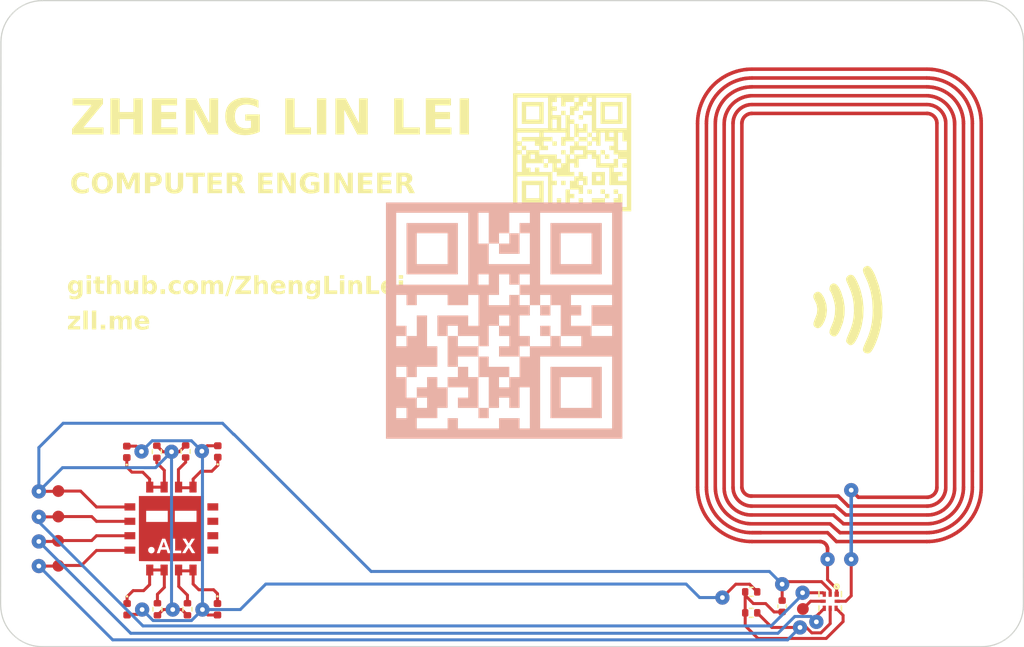
<source format=kicad_pcb>
(kicad_pcb (version 20240108) (generator "pcbnew") (generator_version "8.0")
  (layers (0 "F.Cu" signal) (31 "B.Cu" signal) (34 "B.Paste" user) (35 "F.Paste" user) (36 "B.SilkS" user "B.Silkscreen") (37 "F.SilkS" user "F.Silkscreen") (38 "B.Mask" user) (39 "F.Mask" user) (44 "Edge.Cuts" user))
  (net 0 "")
  (net 1 "VCC")
  (net 2 "GND")
  (net 3 "Net-(D1-Pad1)")
  (net 4 "Net-(D1-Pad2)")
  (net 5 "Net-(D2-Pad1)")
  (net 6 "Net-(D3-Pad1)")
  (net 7 "Net-(D4-Pad1)")
  (net 8 "Net-(C1-Pad1)")
  (net 9 "Net-(TP1-Pad1)")
  (net 10 "Net-(TP2-Pad1)")
  (net 11 "Net-(TP3-Pad1)")
  (net 12 "Net-(U1-Pad1)")
  (footprint "TestPoint:TestPoint_Pad_D1.0mm" (layer "F.Cu") (at 111.506 88.9 -90)
    (property "Reference" "TP2" (hide yes))
    (property "Value" "TestPoint" (hide yes))
  )
  (footprint "TestPoint:TestPoint_Pad_D1.0mm" (layer "F.Cu") (at 111.5314 91.0082 90)
    (property "Reference" "TP4" (hide yes))
    (property "Value" "TestPoint" (hide yes))
  )
  (footprint "LOGO" (layer "F.Cu") (at 178.197211 69.207323)
    (property "Reference" "G***" (hide yes))
    (property "Value" "LOGO" (hide yes))
  )
  (footprint "LED_SMD:LED_0402_1005Metric" (layer "F.Cu") (at 124.9934 94.6912 -90)
    (property "Reference" "D1" (hide yes))
    (property "Value" "LED" (hide yes))
  )
  (footprint "Shawn_PCB_Business_card:alx_logo_copper" (layer "F.Cu") (at 121.0818 87.8586)
    (property "Reference" "G***" (hide yes))
    (property "Value" "LOGO" (hide yes))
  )
  (footprint "LED_SMD:LED_0402_1005Metric" (layer "F.Cu") (at 125.0188 81.3332 90)
    (property "Reference" "D4" (hide yes))
    (property "Value" "LED" (hide yes))
  )
  (footprint "TestPoint:TestPoint_Pad_D1.0mm" (layer "F.Cu") (at 111.5314 84.6836 90)
    (property "Reference" "TP5" (hide yes))
    (property "Value" "TestPoint" (hide yes))
  )
  (footprint "Resistor_SMD:R_0402_1005Metric" (layer "F.Cu") (at 119.8626 81.3522 90)
    (property "Reference" "R5" (hide yes))
    (property "Value" "220E" (hide yes))
  )
  (footprint "Capacitor_SMD:C_0402_1005Metric" (layer "F.Cu") (at 172.7708 94.4372 90)
    (property "Reference" "C1" (hide yes))
    (property "Value" "220nf" (hide yes))
  )
  (footprint "Graphics:GithubQR" (layer "F.Cu") (at 155 56)
    (property "Reference" "G***" (hide yes))
    (property "Value" "LOGO" (hide yes))
  )
  (footprint "Resistor_SMD:R_0402_1005Metric" (layer "F.Cu") (at 122.4534 94.6912 -90)
    (property "Reference" "R3" (hide yes))
    (property "Value" "220E" (hide yes))
  )
  (footprint "Resistor_SMD:R_0402_1005Metric" (layer "F.Cu") (at 119.9134 94.6912 -90)
    (property "Reference" "R4" (hide yes))
    (property "Value" "220E" (hide yes))
  )
  (footprint "Resistor_SMD:R_0402_1005Metric" (layer "F.Cu") (at 170.1526 93.218)
    (property "Reference" "R2" (hide yes))
    (property "Value" "0E" (hide yes))
  )
  (footprint "LED_SMD:LED_0402_1005Metric" (layer "F.Cu") (at 117.348 94.6912 -90)
    (property "Reference" "D2" (hide yes))
    (property "Value" "LED" (hide yes))
  )
  (footprint "Shawn_PCB_Business_card:alx_logo_mask" (layer "F.Cu") (at 121.0818 87.8586)
    (property "Reference" "G***" (hide yes))
    (property "Value" "LOGO" (hide yes))
  )
  (footprint "TestPoint:TestPoint_Pad_D1.0mm" (layer "F.Cu") (at 111.5314 86.842601)
    (property "Reference" "TP1" (hide yes))
    (property "Value" "TestPoint" (hide yes))
  )
  (footprint "Resistor_SMD:R_0402_1005Metric" (layer "F.Cu") (at 122.301 81.3288 90)
    (property "Reference" "R6" (hide yes))
    (property "Value" "220E" (hide yes))
  )
  (footprint "LED_SMD:LED_0402_1005Metric" (layer "F.Cu") (at 117.322601 81.363701 90)
    (property "Reference" "D3" (hide yes))
    (property "Value" "LED" (hide yes))
  )
  (footprint "TestPoint:TestPoint_Pad_D1.0mm" (layer "F.Cu") (at 174.5234 94.6658)
    (property "Reference" "TP3" (hide yes))
    (property "Value" "TestPoint" (hide yes))
  )
  (footprint "Shawn_PCB_Business_card:IC_NT3H1101W0FHKH" (layer "F.Cu") (at 176.8348 94.013355 -90)
    (property "Reference" "U1" (hide yes))
    (property "Value" "NT3H1101W0FHKH" (hide yes))
  )
  (footprint "Resistor_SMD:R_0402_1005Metric" (layer "F.Cu") (at 170.1546 94.996 180)
    (property "Reference" "R1" (hide yes))
    (property "Value" "0E" (hide yes))
  )
  (footprint "Graphics:WebQR" (layer "B.Cu") (at 149.25 70.25 180)
    (property "Reference" "G***" (hide yes))
    (property "Value" "LOGO" (hide yes))
  )
  (gr_line (start 193.109981 95.063967) (end 193.163427 94.716569) (stroke (width 0.1)) (layer "Edge.Cuts"))
  (gr_line (start 106.745495 45.951407) (end 106.692269 46.298672) (stroke (width 0.1)) (layer "Edge.Cuts"))
  (gr_line (start 107.272595 44.70031) (end 107.096896 44.989179) (stroke (width 0.1)) (layer "Edge.Cuts"))
  (gr_line (start 191.653716 43.754632) (end 191.36532 43.578933) (stroke (width 0.1)) (layer "Edge.Cuts"))
  (gr_line (start 109.452436 97.788113) (end 109.799701 97.841559) (stroke (width 0.1)) (layer "Edge.Cuts"))
  (gr_line (start 107.255662 96.314915) (end 107.4572 96.58479) (stroke (width 0.1)) (layer "Edge.Cuts"))
  (gr_line (start 192.758085 96.02652) (end 192.905987 95.720662) (stroke (width 0.1)) (layer "Edge.Cuts"))
  (gr_line (start 106.932685 95.720662) (end 107.079963 96.02652) (stroke (width 0.1)) (layer "Edge.Cuts"))
  (gr_line (start 107.932105 97.059187) (end 108.20134 97.260535) (stroke (width 0.1)) (layer "Edge.Cuts"))
  (gr_line (start 110.157285 97.859551) (end 189.68125 97.859551) (stroke (width 0.1)) (layer "Edge.Cuts"))
  (gr_line (start 110.174218 43.156219) (end 110.174218 43.156219) (stroke (width 0.1)) (layer "Edge.Cuts"))
  (gr_line (start 109.816634 43.174306) (end 109.469369 43.227533) (stroke (width 0.1)) (layer "Edge.Cuts"))
  (gr_line (start 192.172034 44.182513) (end 191.92359 43.95617) (stroke (width 0.1)) (layer "Edge.Cuts"))
  (gr_line (start 108.490209 97.436218) (end 108.796133 97.58412) (stroke (width 0.1)) (layer "Edge.Cuts"))
  (gr_line (start 190.05537 43.174306) (end 189.698183 43.156219) (stroke (width 0.1)) (layer "Edge.Cuts"))
  (gr_line (start 190.737994 43.313832) (end 190.402767 43.227533) (stroke (width 0.1)) (layer "Edge.Cuts"))
  (gr_line (start 108.813066 43.431656) (end 108.507142 43.578933) (stroke (width 0.1)) (layer "Edge.Cuts"))
  (gr_line (start 191.636783 97.260535) (end 191.906657 97.059187) (stroke (width 0.1)) (layer "Edge.Cuts"))
  (gr_line (start 192.775018 44.989179) (end 192.599864 44.70031) (stroke (width 0.1)) (layer "Edge.Cuts"))
  (gr_line (start 106.814862 95.399194) (end 106.932685 95.720662) (stroke (width 0.1)) (layer "Edge.Cuts"))
  (gr_line (start 191.92359 43.95617) (end 191.653716 43.754632) (stroke (width 0.1)) (layer "Edge.Cuts"))
  (gr_line (start 193.163427 94.716569) (end 193.181418 94.359382) (stroke (width 0.1)) (layer "Edge.Cuts"))
  (gr_line (start 107.700476 44.182513) (end 107.474133 44.431076) (stroke (width 0.1)) (layer "Edge.Cuts"))
  (gr_line (start 106.674182 46.656256) (end 106.643618 94.359382) (stroke (width 0.1)) (layer "Edge.Cuts"))
  (gr_line (start 193.18036 46.298672) (end 193.126914 45.951407) (stroke (width 0.1)) (layer "Edge.Cuts"))
  (gr_line (start 190.721061 97.701859) (end 191.042529 97.58412) (stroke (width 0.1)) (layer "Edge.Cuts"))
  (gr_line (start 192.905987 95.720662) (end 193.023727 95.399194) (stroke (width 0.1)) (layer "Edge.Cuts"))
  (gr_line (start 190.402767 43.227533) (end 190.05537 43.174306) (stroke (width 0.1)) (layer "Edge.Cuts"))
  (gr_line (start 192.381055 96.58479) (end 192.582931 96.314915) (stroke (width 0.1)) (layer "Edge.Cuts"))
  (gr_line (start 109.134494 43.313832) (end 108.813066 43.431656) (stroke (width 0.1)) (layer "Edge.Cuts"))
  (gr_line (start 107.4572 96.58479) (end 107.683543 96.833233) (stroke (width 0.1)) (layer "Edge.Cuts"))
  (gr_line (start 191.36532 43.578933) (end 191.059462 43.431656) (stroke (width 0.1)) (layer "Edge.Cuts"))
  (gr_line (start 109.799701 97.841559) (end 110.157285 97.859551) (stroke (width 0.1)) (layer "Edge.Cuts"))
  (gr_line (start 191.348387 97.436218) (end 191.636783 97.260535) (stroke (width 0.1)) (layer "Edge.Cuts"))
  (gr_line (start 109.117561 97.701859) (end 109.452436 97.788113) (stroke (width 0.1)) (layer "Edge.Cuts"))
  (gr_line (start 189.698183 43.156219) (end 110.174218 43.152982) (stroke (width 0.1)) (layer "Edge.Cuts"))
  (gr_line (start 190.038437 97.841559) (end 190.385834 97.788113) (stroke (width 0.1)) (layer "Edge.Cuts"))
  (gr_line (start 193.198351 46.656256) (end 193.18036 46.298672) (stroke (width 0.1)) (layer "Edge.Cuts"))
  (gr_line (start 192.599864 44.70031) (end 192.397988 44.431076) (stroke (width 0.1)) (layer "Edge.Cuts"))
  (gr_line (start 106.949618 45.295103) (end 106.831795 45.616532) (stroke (width 0.1)) (layer "Edge.Cuts"))
  (gr_line (start 191.059462 43.431656) (end 190.737994 43.313832) (stroke (width 0.1)) (layer "Edge.Cuts"))
  (gr_line (start 107.683543 96.833233) (end 107.932105 97.059187) (stroke (width 0.1)) (layer "Edge.Cuts"))
  (gr_line (start 109.469369 43.227533) (end 109.134494 43.313832) (stroke (width 0.1)) (layer "Edge.Cuts"))
  (gr_line (start 107.474133 44.431076) (end 107.272595 44.70031) (stroke (width 0.1)) (layer "Edge.Cuts"))
  (gr_line (start 110.174218 43.152982) (end 109.816634 43.174306) (stroke (width 0.1)) (layer "Edge.Cuts"))
  (gr_line (start 106.831795 45.616532) (end 106.745495 45.951407) (stroke (width 0.1)) (layer "Edge.Cuts"))
  (gr_line (start 193.181418 94.359382) (end 193.198351 46.656256) (stroke (width 0.1)) (layer "Edge.Cuts"))
  (gr_line (start 107.079963 96.02652) (end 107.255662 96.314915) (stroke (width 0.1)) (layer "Edge.Cuts"))
  (gr_line (start 192.155101 96.833233) (end 192.381055 96.58479) (stroke (width 0.1)) (layer "Edge.Cuts"))
  (gr_line (start 106.643618 94.359382) (end 106.675336 94.716569) (stroke (width 0.1)) (layer "Edge.Cuts"))
  (gr_line (start 106.728562 95.063967) (end 106.814862 95.399194) (stroke (width 0.1)) (layer "Edge.Cuts"))
  (gr_line (start 107.096896 44.989179) (end 106.949618 45.295103) (stroke (width 0.1)) (layer "Edge.Cuts"))
  (gr_line (start 192.92292 45.295103) (end 192.775018 44.989179) (stroke (width 0.1)) (layer "Edge.Cuts"))
  (gr_line (start 106.675336 94.716569) (end 106.728562 95.063967) (stroke (width 0.1)) (layer "Edge.Cuts"))
  (gr_line (start 108.796133 97.58412) (end 109.117561 97.701859) (stroke (width 0.1)) (layer "Edge.Cuts"))
  (gr_line (start 192.582931 96.314915) (end 192.758085 96.02652) (stroke (width 0.1)) (layer "Edge.Cuts"))
  (gr_line (start 106.692269 46.298672) (end 106.674182 46.656256) (stroke (width 0.1)) (layer "Edge.Cuts"))
  (gr_line (start 193.126914 45.951407) (end 193.04066 45.616532) (stroke (width 0.1)) (layer "Edge.Cuts"))
  (gr_line (start 192.397988 44.431076) (end 192.172034 44.182513) (stroke (width 0.1)) (layer "Edge.Cuts"))
  (gr_line (start 108.20134 97.260535) (end 108.490209 97.436218) (stroke (width 0.1)) (layer "Edge.Cuts"))
  (gr_line (start 108.507142 43.578933) (end 108.218273 43.754632) (stroke (width 0.1)) (layer "Edge.Cuts"))
  (gr_line (start 108.218273 43.754632) (end 107.949038 43.95617) (stroke (width 0.1)) (layer "Edge.Cuts"))
  (gr_line (start 193.023727 95.399194) (end 193.109981 95.063967) (stroke (width 0.1)) (layer "Edge.Cuts"))
  (gr_line (start 193.04066 45.616532) (end 192.92292 45.295103) (stroke (width 0.1)) (layer "Edge.Cuts"))
  (gr_line (start 191.906657 97.059187) (end 192.155101 96.833233) (stroke (width 0.1)) (layer "Edge.Cuts"))
  (gr_line (start 191.042529 97.58412) (end 191.348387 97.436218) (stroke (width 0.1)) (layer "Edge.Cuts"))
  (gr_line (start 190.385834 97.788113) (end 190.721061 97.701859) (stroke (width 0.1)) (layer "Edge.Cuts"))
  (gr_line (start 107.949038 43.95617) (end 107.700476 44.182513) (stroke (width 0.1)) (layer "Edge.Cuts"))
  (gr_line (start 189.68125 97.859551) (end 190.038437 97.841559) (stroke (width 0.1)) (layer "Edge.Cuts"))
  (gr_text "zll.me" (at 112.25 71.25 0) (layer "F.SilkS") (effects (font (size 1.5 1.5) (thickness 0.3) (bold yes)) (justify left bottom)))
  (gr_text "COMPUTER ENGINEER" (at 112.5 59.75 0) (layer "F.SilkS") (effects (font (size 1.7 1.7) (thickness 0.3) (bold yes)) (justify left bottom)))
  (gr_text "github.com/ZhengLinLei" (at 112.25 68.25 0) (layer "F.SilkS") (effects (font (size 1.5 1.5) (thickness 0.3) (bold yes)) (justify left bottom)))
  (gr_text "ZHENG LIN LEI" (at 112.5 55 0) (layer "F.SilkS") (effects (font (size 3 3) (thickness 0.3) (bold yes)) (justify left bottom)))
  (segment (start 124.600136 86.025941) (end 124.626077 86) (width 0.508) (layer "F.Cu") (net 0))
  (segment (start 124.525941 86.025941) (end 124.5 86) (width 0.2) (layer "F.Cu") (net 0))
  (segment (start 124.600136 86.025941) (end 124.525941 86.025941) (width 0.2) (layer "F.Cu") (net 0))
  (segment (start 175.27899 96.689397) (end 174.821413 96.23182) (width 0.254) (layer "F.Cu") (net 1))
  (segment (start 176.050688 96.689397) (end 175.27899 96.689397) (width 0.254) (layer "F.Cu") (net 1))
  (segment (start 109.8804 91.0336) (end 111.506 91.0336) (width 0.254) (layer "F.Cu") (net 1))
  (segment (start 113.4872 90.9828) (end 114.7572 89.7128) (width 0.254) (layer "F.Cu") (net 1))
  (segment (start 111.683803 90.9828) (end 113.4872 90.9828) (width 0.254) (layer "F.Cu") (net 1))
  (segment (start 176.8348 94.613355) (end 176.8348 95.905285) (width 0.254) (layer "F.Cu") (net 1))
  (segment (start 174.821413 96.23182) (end 171.90042 96.23182) (width 0.254) (layer "F.Cu") (net 1))
  (segment (start 111.506 91.0336) (end 111.5314 91.0082) (width 0.254) (layer "F.Cu") (net 1))
  (segment (start 176.8348 95.905285) (end 176.050688 96.689397) (width 0.254) (layer "F.Cu") (net 1))
  (segment (start 171.90042 96.23182) (end 170.6646 94.996) (width 0.254) (layer "F.Cu") (net 1))
  (segment (start 111.5314 91.135203) (end 111.683803 90.9828) (width 0.254) (layer "F.Cu") (net 1))
  (segment (start 114.7572 89.7128) (end 117.602 89.7128) (width 0.254) (layer "F.Cu") (net 1))
  (via (at 174.281631 96.23182) (size 1.20904) (drill 0.4) (layers "F.Cu" "B.Cu") (net 1))
  (via (at 109.8804 91.0336) (size 1.20904) (drill 0.4) (layers "F.Cu" "B.Cu") (net 1))
  (segment (start 173.231451 97.282) (end 116.1288 97.282) (width 0.254) (layer "B.Cu") (net 1))
  (segment (start 116.1288 97.282) (end 109.8804 91.0336) (width 0.254) (layer "B.Cu") (net 1))
  (segment (start 174.281631 96.23182) (end 173.231451 97.282) (width 0.254) (layer "B.Cu") (net 1))
  (segment (start 117.5004 86.0298) (end 117.5512 86.0806) (width 0.254) (layer "F.Cu") (net 2))
  (segment (start 121.2088 94.7166) (end 120.398 94.7166) (width 0.254) (layer "F.Cu") (net 2))
  (segment (start 120.3766 81.3562) (end 119.8626 80.8422) (width 0.254) (layer "F.Cu") (net 2))
  (segment (start 176.8348 93.413355) (end 176.8348 93.091) (width 0.254) (layer "F.Cu") (net 2))
  (segment (start 121.1072 81.3562) (end 121.7636 81.3562) (width 0.254) (layer "F.Cu") (net 2))
  (segment (start 120.398 94.7166) (end 119.9134 95.2012) (width 0.254) (layer "F.Cu") (net 2))
  (segment (start 111.506 84.709) (end 111.5314 84.6836) (width 0.254) (layer "F.Cu") (net 2))
  (segment (start 172.7708 92.56844) (end 172.770747 92.568387) (width 0.254) (layer "F.Cu") (net 2))
  (segment (start 121.1072 81.3562) (end 120.3766 81.3562) (width 0.254) (layer "F.Cu") (net 2))
  (segment (start 109.8804 84.709) (end 111.506 84.709) (width 0.254) (layer "F.Cu") (net 2))
  (segment (start 172.7708 93.9572) (end 172.7708 92.56844) (width 0.254) (layer "F.Cu") (net 2))
  (segment (start 176.0982 92.3544) (end 172.984734 92.3544) (width 0.254) (layer "F.Cu") (net 2))
  (segment (start 114.7572 86.0298) (end 117.5004 86.0298) (width 0.254) (layer "F.Cu") (net 2))
  (segment (start 172.984734 92.3544) (end 172.770747 92.568387) (width 0.254) (layer "F.Cu") (net 2))
  (segment (start 113.411 84.6836) (end 114.7572 86.0298) (width 0.254) (layer "F.Cu") (net 2))
  (segment (start 121.9688 94.7166) (end 122.4534 95.2012) (width 0.254) (layer "F.Cu") (net 2))
  (segment (start 121.7636 81.3562) (end 122.301 80.8188) (width 0.254) (layer "F.Cu") (net 2))
  (segment (start 121.2088 94.7166) (end 121.9688 94.7166) (width 0.254) (layer "F.Cu") (net 2))
  (segment (start 111.5314 84.6836) (end 113.411 84.6836) (width 0.254) (layer "F.Cu") (net 2))
  (segment (start 176.8348 93.091) (end 176.0982 92.3544) (width 0.254) (layer "F.Cu") (net 2))
  (via (at 121.2088 94.7166) (size 1.20904) (drill 0.4) (layers "F.Cu" "B.Cu") (net 2))
  (via (at 172.770747 92.568387) (size 1.20904) (drill 0.4) (layers "F.Cu" "B.Cu") (net 2))
  (via (at 121.1072 81.3562) (size 1.20904) (drill 0.4) (layers "F.Cu" "B.Cu") (net 2))
  (via (at 109.8804 84.709) (size 1.20904) (drill 0.4) (layers "F.Cu" "B.Cu") (net 2))
  (segment (start 121.1072 81.3562) (end 121.1072 94.615) (width 0.254) (layer "B.Cu") (net 2))
  (segment (start 121.1072 94.615) (end 121.2088 94.7166) (width 0.254) (layer "B.Cu") (net 2))
  (segment (start 119.761 82.7024) (end 111.887 82.7024) (width 0.254) (layer "B.Cu") (net 2))
  (segment (start 137.9982 91.4908) (end 171.69316 91.4908) (width 0.254) (layer "B.Cu") (net 2))
  (segment (start 171.69316 91.4908) (end 172.770747 92.568387) (width 0.254) (layer "B.Cu") (net 2))
  (segment (start 111.9378 78.9432) (end 125.4252 78.9432) (width 0.254) (layer "B.Cu") (net 2))
  (segment (start 109.8804 81.0006) (end 111.9378 78.9432) (width 0.254) (layer "B.Cu") (net 2))
  (segment (start 121.1072 81.3562) (end 119.761 82.7024) (width 0.254) (layer "B.Cu") (net 2))
  (segment (start 126.365 79.883) (end 126.3904 79.883) (width 0.254) (layer "B.Cu") (net 2))
  (segment (start 111.887 82.7024) (end 109.8804 84.709) (width 0.254) (layer "B.Cu") (net 2))
  (segment (start 126.3904 79.883) (end 137.9982 91.4908) (width 0.254) (layer "B.Cu") (net 2))
  (segment (start 125.4252 78.9432) (end 126.365 79.883) (width 0.254) (layer "B.Cu") (net 2))
  (segment (start 109.8804 84.709) (end 109.8804 81.0006) (width 0.254) (layer "B.Cu") (net 2))
  (segment (start 124.6632 93.0402) (end 124.9934 93.3704) (width 0.254) (layer "F.Cu") (net 3))
  (segment (start 122.936 92.5576) (end 123.4186 93.0402) (width 0.254) (layer "F.Cu") (net 3))
  (segment (start 122.4534 94.1812) (end 122.4534 93.4974) (width 0.254) (layer "F.Cu") (net 3))
  (segment (start 121.7168 92.7608) (end 121.7168 91.44) (width 0.254) (layer "F.Cu") (net 3))
  (segment (start 124.9934 93.3704) (end 124.9934 94.2062) (width 0.254) (layer "F.Cu") (net 3))
  (segment (start 123.4186 93.0402) (end 124.6632 93.0402) (width 0.254) (layer "F.Cu") (net 3))
  (segment (start 122.4534 93.4974) (end 121.7168 92.7608) (width 0.254) (layer "F.Cu") (net 3))
  (segment (start 122.936 91.44) (end 122.936 92.5576) (width 0.254) (layer "F.Cu") (net 3))
  (segment (start 121.7168 91.44) (end 122.936 91.44) (width 0.254) (layer "F.Cu") (net 3))
  (segment (start 117.4012 95.123) (end 118.2116 95.123) (width 0.254) (layer "F.Cu") (net 4))
  (segment (start 118.5672 81.3308) (end 118.115101 80.878701) (width 0.254) (layer "F.Cu") (net 4))
  (segment (start 124.9934 95.1762) (end 124.183 95.1762) (width 0.254) (layer "F.Cu") (net 4))
  (segment (start 118.115101 80.878701) (end 117.322601 80.878701) (width 0.254) (layer "F.Cu") (net 4))
  (segment (start 123.6726 81.3054) (end 124.1298 80.8482) (width 0.254) (layer "F.Cu") (net 4))
  (segment (start 170.0156 92.571) (end 170.6626 93.218) (width 0.254) (layer "F.Cu") (net 4))
  (segment (start 118.2116 95.123) (end 118.618 94.7166) (width 0.254) (layer "F.Cu") (net 4))
  (segment (start 167.7162 93.7006) (end 168.8458 92.571) (width 0.254) (layer "F.Cu") (net 4))
  (segment (start 124.1298 80.8482) (end 125.0188 80.8482) (width 0.254) (layer "F.Cu") (net 4))
  (segment (start 117.348 95.1762) (end 117.4012 95.123) (width 0.254) (layer "F.Cu") (net 4))
  (segment (start 168.8458 92.571) (end 170.0156 92.571) (width 0.254) (layer "F.Cu") (net 4))
  (segment (start 124.183 95.1762) (end 123.7234 94.7166) (width 0.254) (layer "F.Cu") (net 4))
  (via (at 167.7162 93.7006) (size 1.20904) (drill 0.4) (layers "F.Cu" "B.Cu") (net 4))
  (via (at 123.6726 81.3054) (size 1.20904) (drill 0.4) (layers "F.Cu" "B.Cu") (net 4))
  (via (at 123.7234 94.7166) (size 1.20904) (drill 0.4) (layers "F.Cu" "B.Cu") (net 4))
  (via (at 118.5672 81.3308) (size 1.20904) (drill 0.4) (layers "F.Cu" "B.Cu") (net 4))
  (via (at 118.618 94.7166) (size 1.20904) (drill 0.4) (layers "F.Cu" "B.Cu") (net 4))
  (segment (start 167.7162 93.7006) (end 165.7858 93.7006) (width 0.254) (layer "B.Cu") (net 4))
  (segment (start 123.6726 81.3054) (end 123.7234 81.3562) (width 0.254) (layer "B.Cu") (net 4))
  (segment (start 126.9238 94.7166) (end 123.7234 94.7166) (width 0.254) (layer "B.Cu") (net 4))
  (segment (start 165.7858 93.7006) (end 164.6428 92.5576) (width 0.254) (layer "B.Cu") (net 4))
  (segment (start 122.79188 95.64812) (end 119.54952 95.64812) (width 0.254) (layer "B.Cu") (net 4))
  (segment (start 123.7234 81.3562) (end 123.7234 94.7166) (width 0.254) (layer "B.Cu") (net 4))
  (segment (start 122.79188 80.42468) (end 123.6726 81.3054) (width 0.254) (layer "B.Cu") (net 4))
  (segment (start 119.54952 95.64812) (end 118.618 94.7166) (width 0.254) (layer "B.Cu") (net 4))
  (segment (start 129.0828 92.5576) (end 126.9238 94.7166) (width 0.254) (layer "B.Cu") (net 4))
  (segment (start 118.5672 81.3308) (end 119.47332 80.42468) (width 0.254) (layer "B.Cu") (net 4))
  (segment (start 164.6428 92.5576) (end 129.0828 92.5576) (width 0.254) (layer "B.Cu") (net 4))
  (segment (start 123.7234 94.7166) (end 122.79188 95.64812) (width 0.254) (layer "B.Cu") (net 4))
  (segment (start 119.47332 80.42468) (end 122.79188 80.42468) (width 0.254) (layer "B.Cu") (net 4))
  (segment (start 118.5672 81.3308) (end 118.618 81.3816) (width 0.254) (layer "B.Cu") (net 4))
  (segment (start 120.4976 92.837) (end 119.9134 93.4212) (width 0.254) (layer "F.Cu") (net 5))
  (segment (start 118.745 93.1164) (end 119.253 92.6084) (width 0.254) (layer "F.Cu") (net 5))
  (segment (start 117.348 94.2062) (end 117.348 93.6244) (width 0.254) (layer "F.Cu") (net 5))
  (segment (start 117.348 93.6244) (end 117.856 93.1164) (width 0.254) (layer "F.Cu") (net 5))
  (segment (start 119.9134 93.4212) (end 119.9134 94.1812) (width 0.254) (layer "F.Cu") (net 5))
  (segment (start 119.253 91.3638) (end 120.4976 91.3638) (width 0.254) (layer "F.Cu") (net 5))
  (segment (start 120.4976 91.3638) (end 120.4976 92.837) (width 0.254) (layer "F.Cu") (net 5))
  (segment (start 119.253 92.6084) (end 119.253 91.3638) (width 0.254) (layer "F.Cu") (net 5))
  (segment (start 117.856 93.1164) (end 118.745 93.1164) (width 0.254) (layer "F.Cu") (net 5))
  (segment (start 119.8626 82.296) (end 119.8626 81.8622) (width 0.254) (layer "F.Cu") (net 6))
  (segment (start 120.4976 82.931) (end 119.8626 82.296) (width 0.254) (layer "F.Cu") (net 6))
  (segment (start 120.4214 84.3534) (end 120.4976 84.2772) (width 0.254) (layer "F.Cu") (net 6))
  (segment (start 117.7544 83.0834) (end 118.6688 83.0834) (width 0.254) (layer "F.Cu") (net 6))
  (segment (start 119.253 84.3534) (end 120.4214 84.3534) (width 0.254) (layer "F.Cu") (net 6))
  (segment (start 117.322601 81.848701) (end 117.322601 82.651601) (width 0.254) (layer "F.Cu") (net 6))
  (segment (start 117.322601 82.651601) (end 117.7544 83.0834) (width 0.254) (layer "F.Cu") (net 6))
  (segment (start 119.253 83.6676) (end 119.253 84.3534) (width 0.254) (layer "F.Cu") (net 6))
  (segment (start 118.6688 83.0834) (end 119.253 83.6676) (width 0.254) (layer "F.Cu") (net 6))
  (segment (start 120.4976 84.2772) (end 120.4976 82.931) (width 0.254) (layer "F.Cu") (net 6))
  (segment (start 121.6914 82.8548) (end 121.6914 84.4042) (width 0.254) (layer "F.Cu") (net 7))
  (segment (start 124.5108 83.0072) (end 123.5964 83.0072) (width 0.254) (layer "F.Cu") (net 7))
  (segment (start 125.0188 81.8182) (end 125.0188 82.4992) (width 0.254) (layer "F.Cu") (net 7))
  (segment (start 122.301 81.8388) (end 122.301 82.2452) (width 0.254) (layer "F.Cu") (net 7))
  (segment (start 122.301 82.2452) (end 121.6914 82.8548) (width 0.254) (layer "F.Cu") (net 7))
  (segment (start 122.936 83.6676) (end 122.936 84.2772) (width 0.254) (layer "F.Cu") (net 7))
  (segment (start 125.0188 82.4992) (end 124.5108 83.0072) (width 0.254) (layer "F.Cu") (net 7))
  (segment (start 123.5964 83.0072) (end 122.936 83.6676) (width 0.254) (layer "F.Cu") (net 7))
  (segment (start 121.6914 84.4042) (end 122.809 84.4042) (width 0.254) (layer "F.Cu") (net 7))
  (segment (start 122.809 84.4042) (end 122.936 84.2772) (width 0.254) (layer "F.Cu") (net 7))
  (segment (start 169.6446 96.0862) (end 169.6446 94.996) (width 0.254) (layer "F.Cu") (net 8))
  (segment (start 170.72174 97.16334) (end 169.6446 96.0862) (width 0.254) (layer "F.Cu") (net 8))
  (segment (start 171.3738 94.2086) (end 172.0824 94.9172) (width 0.254) (layer "F.Cu") (net 8))
  (segment (start 170.3324 94.2086) (end 171.3738 94.2086) (width 0.254) (layer "F.Cu") (net 8))
  (segment (start 169.6426 93.218) (end 169.6426 94.994) (width 0.254) (layer "F.Cu") (net 8))
  (segment (start 177.927 95.205555) (end 177.927 95.7326) (width 0.254) (layer "F.Cu") (net 8))
  (segment (start 172.0824 94.9172) (end 172.7708 94.9172) (width 0.254) (layer "F.Cu") (net 8))
  (segment (start 169.6426 93.5188) (end 170.3324 94.2086) (width 0.254) (layer "F.Cu") (net 8))
  (segment (start 169.6426 93.218) (end 169.6426 93.5188) (width 0.254) (layer "F.Cu") (net 8))
  (segment (start 177.3348 94.613355) (end 177.927 95.205555) (width 0.254) (layer "F.Cu") (net 8))
  (segment (start 176.49626 97.16334) (end 170.72174 97.16334) (width 0.254) (layer "F.Cu") (net 8))
  (segment (start 177.927 95.7326) (end 176.49626 97.16334) (width 0.254) (layer "F.Cu") (net 8))
  (segment (start 109.8804 86.868) (end 111.506001 86.868) (width 0.254) (layer "F.Cu") (net 9))
  (segment (start 176.215645 93.2942) (end 176.3348 93.413355) (width 0.254) (layer "F.Cu") (net 9))
  (segment (start 114.7572 87.249) (end 117.602 87.249) (width 0.254) (layer "F.Cu") (net 9))
  (segment (start 111.506001 86.868) (end 111.5314 86.842601) (width 0.254) (layer "F.Cu") (net 9))
  (segment (start 114.350801 86.842601) (end 114.7572 87.249) (width 0.254) (layer "F.Cu") (net 9))
  (segment (start 174.498 93.2942) (end 176.215645 93.2942) (width 0.254) (layer "F.Cu") (net 9))
  (segment (start 111.5314 86.842601) (end 114.350801 86.842601) (width 0.254) (layer "F.Cu") (net 9))
  (via (at 109.8804 86.868) (size 1.20904) (drill 0.4) (layers "F.Cu" "B.Cu") (net 9))
  (via (at 174.498 93.2942) (size 1.20904) (drill 0.4) (layers "F.Cu" "B.Cu") (net 9))
  (segment (start 171.84248 96.10212) (end 174.498 93.4466) (width 0.254) (layer "B.Cu") (net 9))
  (segment (start 174.498 93.4466) (end 174.498 93.2942) (width 0.254) (layer "B.Cu") (net 9))
  (segment (start 109.8804 87.296369) (end 118.686151 96.10212) (width 0.254) (layer "B.Cu") (net 9))
  (segment (start 109.8804 86.868) (end 109.8804 87.296369) (width 0.254) (layer "B.Cu") (net 9))
  (segment (start 118.686151 96.10212) (end 171.84248 96.10212) (width 0.254) (layer "B.Cu") (net 9))
  (segment (start 111.4552 88.9508) (end 111.506 88.9) (width 0.254) (layer "F.Cu") (net 10))
  (segment (start 111.683802 88.8746) (end 111.5314 89.027002) (width 0.254) (layer "F.Cu") (net 10))
  (segment (start 117.602 88.4682) (end 114.7572 88.4682) (width 0.254) (layer "F.Cu") (net 10))
  (segment (start 114.7572 88.4682) (end 114.3508 88.8746) (width 0.254) (layer "F.Cu") (net 10))
  (segment (start 175.664839 95.283316) (end 176.3348 94.613355) (width 0.254) (layer "F.Cu") (net 10))
  (segment (start 109.8804 88.9508) (end 111.4552 88.9508) (width 0.254) (layer "F.Cu") (net 10))
  (segment (start 114.2492 88.8746) (end 111.683802 88.8746) (width 0.254) (layer "F.Cu") (net 10))
  (segment (start 175.664839 95.757877) (end 175.664839 95.283316) (width 0.254) (layer "F.Cu") (net 10))
  (segment (start 114.3508 88.8746) (end 114.2746 88.8746) (width 0.254) (layer "F.Cu") (net 10))
  (via (at 109.8804 88.9508) (size 1.20904) (drill 0.4) (layers "F.Cu" "B.Cu") (net 10))
  (via (at 175.664839 95.757877) (size 1.20904) (drill 0.4) (layers "F.Cu" "B.Cu") (net 10))
  (segment (start 172.4152 96.7264) (end 173.8408 95.3008) (width 0.254) (layer "B.Cu") (net 10))
  (segment (start 117.656 96.7264) (end 172.4152 96.7264) (width 0.254) (layer "B.Cu") (net 10))
  (segment (start 109.8804 88.9508) (end 117.656 96.7264) (width 0.254) (layer "B.Cu") (net 10))
  (segment (start 175.207762 95.3008) (end 175.664839 95.757877) (width 0.254) (layer "B.Cu") (net 10))
  (segment (start 173.8408 95.3008) (end 175.207762 95.3008) (width 0.254) (layer "B.Cu") (net 10))
  (segment (start 174.5234 94.6658) (end 175.175845 94.013355) (width 0.254) (layer "F.Cu") (net 11))
  (segment (start 175.175845 94.013355) (end 176.2348 94.013355) (width 0.254) (layer "F.Cu") (net 11))
  (segment (start 168.71061 49.211565) (end 168.50487 49.287765) (width 0.29972) (layer "F.Cu") (net 12))
  (segment (start 167.28821 85.381165) (end 167.23741 85.216065) (width 0.29972) (layer "F.Cu") (net 12))
  (segment (start 188.55309 85.876465) (end 188.47181 86.054265) (width 0.29972) (layer "F.Cu") (net 12))
  (segment (start 188.68771 52.404345) (end 188.62675 52.218925) (width 0.29972) (layer "F.Cu") (net 12))
  (segment (start 168.34485 87.725585) (end 168.17721 87.626525) (width 0.29972) (layer "F.Cu") (net 12))
  (segment (start 176.54143 89.305465) (end 176.57191 89.376585) (width 0.29972) (layer "F.Cu") (net 12))
  (segment (start 177.11293 86.707045) (end 177.96383 87.456345) (width 0.29972) (layer "F.Cu") (net 12))
  (segment (start 167.11295 53.557505) (end 167.11295 84.357545) (width 0.29972) (layer "F.Cu") (net 12))
  (segment (start 185.19267 85.190665) (end 185.27903 85.167805) (width 0.29972) (layer "F.Cu") (net 12))
  (segment (start 185.59907 88.165005) (end 185.40349 88.187865) (width 0.29972) (layer "F.Cu") (net 12))
  (segment (start 185.36031 52.780265) (end 185.27903 52.747245) (width 0.29972) (layer "F.Cu") (net 12))
  (segment (start 185.86577 53.557505) (end 185.86069 53.468605) (width 0.29972) (layer "F.Cu") (net 12))
  (segment (start 168.50487 49.287765) (end 168.30421 49.374125) (width 0.29972) (layer "F.Cu") (net 12))
  (segment (start 186.53633 84.852845) (end 186.49315 84.969685) (width 0.29972) (layer "F.Cu") (net 12))
  (segment (start 168.99763 52.518645) (end 168.91889 52.617705) (width 0.29972) (layer "F.Cu") (net 12))
  (segment (start 185.95467 85.652945) (end 185.85053 85.721525) (width 0.29972) (layer "F.Cu") (net 12))
  (segment (start 170.21429 51.957305) (end 185.01487 51.957305) (width 0.29972) (layer "F.Cu") (net 12))
  (segment (start 189.48527 85.442125) (end 189.42939 85.652945) (width 0.29972) (layer "F.Cu") (net 12))
  (segment (start 188.82233 52.973305) (end 188.78677 52.782805) (width 0.29972) (layer "F.Cu") (net 12))
  (segment (start 185.82513 84.621705) (end 185.84799 84.535345) (width 0.29972) (layer "F.Cu") (net 12))
  (segment (start 166.34333 51.070845) (end 166.23157 51.256265) (width 0.29972) (layer "F.Cu") (net 12))
  (segment (start 169.33037 86.552105) (end 169.47007 86.602905) (width 0.29972) (layer "F.Cu") (net 12))
  (segment (start 167.03929 87.687485) (end 166.88435 87.532545) (width 0.29972) (layer "F.Cu") (net 12))
  (segment (start 170.08983 51.962385) (end 169.96283 51.977625) (width 0.29972) (layer "F.Cu") (net 12))
  (segment (start 165.86835 52.053825) (end 165.79977 52.262105) (width 0.29972) (layer "F.Cu") (net 12))
  (segment (start 186.64301 51.893805) (end 186.74715 52.003025) (width 0.29972) (layer "F.Cu") (net 12))
  (segment (start 169.91203 86.696885) (end 170.06189 86.707045) (width 0.29972) (layer "F.Cu") (net 12))
  (segment (start 169.71899 85.879005) (end 169.84091 85.914565) (width 0.29972) (layer "F.Cu") (net 12))
  (segment (start 186.66333 50.933685) (end 186.51347 50.844785) (width 0.29972) (layer "F.Cu") (net 12))
  (segment (start 186.80811 86.884845) (end 186.94781 86.780705) (width 0.29972) (layer "F.Cu") (net 12))
  (segment (start 185.51525 85.045885) (end 185.58383 84.990005) (width 0.29972) (layer "F.Cu") (net 12))
  (segment (start 167.87749 53.356845) (end 167.86733 53.506705) (width 0.29972) (layer "F.Cu") (net 12))
  (segment (start 167.56253 87.149005) (end 167.42283 87.009305) (width 0.29972) (layer "F.Cu") (net 12))
  (segment (start 186.20105 50.694925) (end 186.03849 50.631425) (width 0.29972) (layer "F.Cu") (net 12))
  (segment (start 177.96383 87.456345) (end 185.01487 87.456345) (width 0.29972) (layer "F.Cu") (net 12))
  (segment (start 187.20689 86.549565) (end 187.32627 86.422565) (width 0.29972) (layer "F.Cu") (net 12))
  (segment (start 166.75735 86.054265) (end 166.67607 85.876465) (width 0.29972) (layer "F.Cu") (net 12))
  (segment (start 168.68521 86.171105) (end 168.80205 86.265085) (width 0.29972) (layer "F.Cu") (net 12))
  (segment (start 186.51855 88.703485) (end 186.31027 88.772065) (width 0.29972) (layer "F.Cu") (net 12))
  (segment (start 186.61507 84.357545) (end 186.60999 84.482005) (width 0.29972) (layer "F.Cu") (net 12))
  (segment (start 169.19067 87.283625) (end 169.02811 87.220125) (width 0.29972) (layer "F.Cu") (net 12))
  (segment (start 170.06189 86.707045) (end 170.21429 86.709585) (width 0.29972) (layer "F.Cu") (net 12))
  (segment (start 185.23331 48.962645) (end 185.45175 48.977885) (width 0.29972) (layer "F.Cu") (net 12))
  (segment (start 185.21045 88.203105) (end 185.01487 88.208185) (width 0.29972) (layer "F.Cu") (net 12))
  (segment (start 185.13933 85.952665) (end 185.01487 85.957745) (width 0.29972) (layer "F.Cu") (net 12))
  (segment (start 166.12489 51.449305) (end 166.03091 51.647425) (width 0.29972) (layer "F.Cu") (net 12))
  (segment (start 169.38117 53.379705) (end 169.40403 53.293345) (width 0.29972) (layer "F.Cu") (net 12))
  (segment (start 189.10427 51.449305) (end 189.19825 51.647425) (width 0.29972) (layer "F.Cu") (net 12))
  (segment (start 186.61253 53.557505) (end 186.61253 84.357545) (width 0.29972) (layer "F.Cu") (net 12))
  (segment (start 189.60973 53.339065) (end 189.61481 53.557505) (width 0.29972) (layer "F.Cu") (net 12))
  (segment (start 168.58615 51.893805) (end 168.48201 52.003025) (width 0.29972) (layer "F.Cu") (net 12))
  (segment (start 175.96485 88.957485) (end 176.04359 88.962565) (width 0.29972) (layer "F.Cu") (net 12))
  (segment (start 186.71159 87.814485) (end 186.53379 87.895765) (width 0.29972) (layer "F.Cu") (net 12))
  (segment (start 166.73703 87.369985) (end 166.59733 87.199805) (width 0.29972) (layer "F.Cu") (net 12))
  (segment (start 188.74359 52.592305) (end 188.68771 52.404345) (width 0.29972) (layer "F.Cu") (net 12))
  (segment (start 167.56253 50.766045) (end 167.70731 50.636505) (width 0.29972) (layer "F.Cu") (net 12))
  (segment (start 166.60241 52.218925) (end 166.67607 52.038585) (width 0.29972) (layer "F.Cu") (net 12))
  (segment (start 166.88435 50.382505) (end 166.73703 50.545065) (width 0.29972) (layer "F.Cu") (net 12))
  (segment (start 170.21429 48.957565) (end 185.01487 48.957565) (width 0.29972) (layer "F.Cu") (net 12))
  (segment (start 170.21429 88.208185) (end 170.96359 88.208185) (width 0.29972) (layer "F.Cu") (net 12))
  (segment (start 167.70731 50.636505) (end 167.85717 50.512045) (width 0.29972) (layer "F.Cu") (net 12))
  (segment (start 167.15867 84.875705) (end 167.13581 84.705525) (width 0.29972) (layer "F.Cu") (net 12))
  (segment (start 166.23157 86.658785) (end 166.12489 86.465745) (width 0.29972) (layer "F.Cu") (net 12))
  (segment (start 185.23331 88.952405) (end 185.01487 88.957485) (width 0.29972) (layer "F.Cu") (net 12))
  (segment (start 168.01465 87.517305) (end 167.85717 87.403005) (width 0.29972) (layer "F.Cu") (net 12))
  (segment (start 189.36081 52.053825) (end 189.42939 52.262105) (width 0.29972) (layer "F.Cu") (net 12))
  (segment (start 165.94455 86.066965) (end 165.86835 85.861225) (width 0.29972) (layer "F.Cu") (net 12))
  (segment (start 167.92829 53.059665) (end 167.89781 53.206985) (width 0.29972) (layer "F.Cu") (net 12))
  (segment (start 167.42283 87.009305) (end 167.29329 86.864525) (width 0.29972) (layer "F.Cu") (net 12))
  (segment (start 187.20689 51.365485) (end 187.07989 51.246105) (width 0.29972) (layer "F.Cu") (net 12))
  (segment (start 187.37199 87.403005) (end 187.21451 87.517305) (width 0.29972) (layer "F.Cu") (net 12))
  (segment (start 170.21429 88.957485) (end 175.96485 88.957485) (width 0.29972) (layer "F.Cu") (net 12))
  (segment (start 189.61481 84.357545) (end 189.61481 53.557505) (width 0.29972) (layer "F.Cu") (net 12))
  (segment (start 187.01639 52.363705) (end 187.09005 52.495785) (width 0.29972) (layer "F.Cu") (net 12))
  (segment (start 168.05783 85.335445) (end 168.12133 85.470065) (width 0.29972) (layer "F.Cu") (net 12))
  (segment (start 168.14927 86.668945) (end 168.02227 86.549565) (width 0.29972) (layer "F.Cu") (net 12))
  (segment (start 185.84799 53.379705) (end 185.82513 53.293345) (width 0.29972) (layer "F.Cu") (net 12))
  (segment (start 169.27449 52.262105) (end 169.17543 52.340845) (width 0.29972) (layer "F.Cu") (net 12))
  (segment (start 167.16883 51.200385) (end 167.29329 51.050525) (width 0.29972) (layer "F.Cu") (net 12))
  (segment (start 168.61917 53.433045) (end 168.61409 53.557505) (width 0.29972) (layer "F.Cu") (net 12))
  (segment (start 167.12057 53.384785) (end 167.13581 53.209525) (width 0.29972) (layer "F.Cu") (net 12))
  (segment (start 167.05453 51.357865) (end 167.16883 51.200385) (width 0.29972) (layer "F.Cu") (net 12))
  (segment (start 186.43981 85.083985) (end 186.37885 85.193205) (width 0.29972) (layer "F.Cu") (net 12))
  (segment (start 169.86631 87.436025) (end 169.69613 87.413165) (width 0.29972) (layer "F.Cu") (net 12))
  (segment (start 185.87339 50.580625) (end 185.70321 50.537445) (width 0.29972) (layer "F.Cu") (net 12))
  (segment (start 187.35675 84.609005) (end 187.36437 84.459145) (width 0.29972) (layer "F.Cu") (net 12))
  (segment (start 168.28135 86.780705) (end 168.14927 86.668945) (width 0.29972) (layer "F.Cu") (net 12))
  (segment (start 168.56583 50.933685) (end 168.71569 50.844785) (width 0.29972) (layer "F.Cu") (net 12))
  (segment (start 169.47007 86.602905) (end 169.61739 86.643545) (width 0.29972) (layer "F.Cu") (net 12))
  (segment (start 185.62701 52.079225) (end 185.74131 52.132565) (width 0.29972) (layer "F.Cu") (net 12))
  (segment (start 176.61255 88.208185) (end 170.96359 88.208185) (width 0.29972) (layer "F.Cu") (net 12))
  (segment (start 185.75147 84.781725) (end 185.79211 84.702985) (width 0.29972) (layer "F.Cu") (net 12))
  (segment (start 167.91559 84.906185) (end 167.95369 85.050965) (width 0.29972) (layer "F.Cu") (net 12))
  (segment (start 168.01465 52.770105) (end 167.96639 52.914885) (width 0.29972) (layer "F.Cu") (net 12))
  (segment (start 188.18987 50.227565) (end 188.34481 50.382505) (width 0.29972) (layer "F.Cu") (net 12))
  (segment (start 167.19423 52.869165) (end 167.23741 52.698985) (width 0.29972) (layer "F.Cu") (net 12))
  (segment (start 168.91889 49.142985) (end 168.71061 49.211565) (width 0.29972) (layer "F.Cu") (net 12))
  (segment (start 168.30421 88.540925) (end 168.10609 88.446945) (width 0.29972) (layer "F.Cu") (net 12))
  (segment (start 187.36437 53.656565) (end 187.36437 84.456605) (width 0.29972) (layer "F.Cu") (net 12))
  (segment (start 187.35167 53.356845) (end 187.36183 53.506705) (width 0.29972) (layer "F.Cu") (net 12))
  (segment (start 186.51347 87.070265) (end 186.66333 86.981365) (width 0.29972) (layer "F.Cu") (net 12))
  (segment (start 168.38295 52.117325) (end 168.29405 52.239245) (width 0.29972) (layer "F.Cu") (net 12))
  (segment (start 167.19423 85.045885) (end 167.15867 84.875705) (width 0.29972) (layer "F.Cu") (net 12))
  (segment (start 168.46677 85.962825) (end 168.57091 86.069505) (width 0.29972) (layer "F.Cu") (net 12))
  (segment (start 169.12971 88.827945) (end 168.91889 88.772065) (width 0.29972) (layer "F.Cu") (net 12))
  (segment (start 168.99763 85.396405) (end 169.08399 85.487845) (width 0.29972) (layer "F.Cu") (net 12))
  (segment (start 188.76137 50.890505) (end 188.88583 51.070845) (width 0.29972) (layer "F.Cu") (net 12))
  (segment (start 185.86069 84.446445) (end 185.86577 84.357545) (width 0.29972) (layer "F.Cu") (net 12))
  (segment (start 167.23741 85.216065) (end 167.19423 85.045885) (width 0.29972) (layer "F.Cu") (net 12))
  (segment (start 186.23153 85.396405) (end 186.14517 85.487845) (width 0.29972) (layer "F.Cu") (net 12))
  (segment (start 167.35171 85.543725) (end 167.28821 85.381165) (width 0.29972) (layer "F.Cu") (net 12))
  (segment (start 187.50153 88.228505) (end 187.31357 88.340265) (width 0.29972) (layer "F.Cu") (net 12))
  (segment (start 185.58383 52.925045) (end 185.51525 52.869165) (width 0.29972) (layer "F.Cu") (net 12))
  (segment (start 185.01487 88.208185) (end 177.66411 88.208185) (width 0.29972) (layer "F.Cu") (net 12))
  (segment (start 168.48201 52.003025) (end 168.38295 52.117325) (width 0.29972) (layer "F.Cu") (net 12))
  (segment (start 186.92495 88.540925) (end 186.72429 88.627285) (width 0.29972) (layer "F.Cu") (net 12))
  (segment (start 167.35171 52.371325) (end 167.42283 52.213845) (width 0.29972) (layer "F.Cu") (net 12))
  (segment (start 166.36365 53.557505) (end 166.36873 53.361925) (width 0.29972) (layer "F.Cu") (net 12))
  (segment (start 186.14517 52.427205) (end 186.23153 52.518645) (width 0.29972) (layer "F.Cu") (net 12))
  (segment (start 169.24909 88.086265) (end 169.06113 88.030385) (width 0.29972) (layer "F.Cu") (net 12))
  (segment (start 167.05453 86.557185) (end 166.94531 86.394625) (width 0.29972) (layer "F.Cu") (net 12))
  (segment (start 166.59733 87.199805) (end 166.46779 87.024545) (width 0.29972) (layer "F.Cu") (net 12))
  (segment (start 165.66007 85.012865) (end 165.63467 84.794425) (width 0.29972) (layer "F.Cu") (net 12))
  (segment (start 185.01233 86.709585) (end 185.16473 86.707045) (width 0.29972) (layer "F.Cu") (net 12))
  (segment (start 189.10427 86.465745) (end 188.99759 86.656245) (width 0.29972) (layer "F.Cu") (net 12))
  (segment (start 169.64533 52.925045) (end 169.71391 52.869165) (width 0.29972) (layer "F.Cu") (net 12))
  (segment (start 186.03595 86.493685) (end 186.17057 86.425105) (width 0.29972) (layer "F.Cu") (net 12))
  (segment (start 188.06033 86.714665) (end 187.93587 86.864525) (width 0.29972) (layer "F.Cu") (net 12))
  (segment (start 168.36771 85.848525) (end 168.46677 85.962825) (width 0.29972) (layer "F.Cu") (net 12))
  (segment (start 185.75401 51.342625) (end 185.89371 51.395965) (width 0.29972) (layer "F.Cu") (net 12))
  (segment (start 188.82233 84.941745) (end 188.78677 85.132245) (width 0.29972) (layer "F.Cu") (net 12))
  (segment (start 188.11367 84.357545) (end 188.11367 53.557505) (width 0.29972) (layer "F.Cu") (net 12))
  (segment (start 166.23157 51.256265) (end 166.12489 51.449305) (width 0.29972) (layer "F.Cu") (net 12))
  (segment (start 187.22467 85.195745) (end 187.27293 85.050965) (width 0.29972) (layer "F.Cu") (net 12))
  (segment (start 186.35345 49.945625) (end 186.16803 49.884665) (width 0.29972) (layer "F.Cu") (net 12))
  (segment (start 188.47181 51.860785) (end 188.38291 51.688065) (width 0.29972) (layer "F.Cu") (net 12))
  (segment (start 167.59047 51.909045) (end 167.68699 51.764265) (width 0.29972) (layer "F.Cu") (net 12))
  (segment (start 185.51525 52.869165) (end 185.43905 52.820905) (width 0.29972) (layer "F.Cu") (net 12))
  (segment (start 186.49315 52.945365) (end 186.53633 53.062205) (width 0.29972) (layer "F.Cu") (net 12))
  (segment (start 187.72759 52.058905) (end 187.63869 51.909045) (width 0.29972) (layer "F.Cu") (net 12))
  (segment (start 168.69791 51.792205) (end 168.58615 51.893805) (width 0.29972) (layer "F.Cu") (net 12))
  (segment (start 185.18759 87.451265) (end 185.36285 87.436025) (width 0.29972) (layer "F.Cu") (net 12))
  (segment (start 185.98007 88.086265) (end 185.78957 88.129445) (width 0.29972) (layer "F.Cu") (net 12))
  (segment (start 168.81475 51.695685) (end 168.69791 51.792205) (width 0.29972) (layer "F.Cu") (net 12))
  (segment (start 189.61481 84.357545) (end 189.60973 84.575985) (width 0.29972) (layer "F.Cu") (net 12))
  (segment (start 186.16803 49.884665) (end 185.98007 49.828785) (width 0.29972) (layer "F.Cu") (net 12))
  (segment (start 167.20185 87.834805) (end 167.03929 87.687485) (width 0.29972) (layer "F.Cu") (net 12))
  (segment (start 185.64733 52.988545) (end 185.58383 52.925045) (width 0.29972) (layer "F.Cu") (net 12))
  (segment (start 169.61739 86.643545) (end 169.76471 86.674025) (width 0.29972) (layer "F.Cu") (net 12))
  (segment (start 168.51757 50.100565) (end 168.69537 50.019285) (width 0.29972) (layer "F.Cu") (net 12))
  (segment (start 169.60215 85.835825) (end 169.71899 85.879005) (width 0.29972) (layer "F.Cu") (net 12))
  (segment (start 186.09945 88.827945) (end 185.88609 88.873665) (width 0.29972) (layer "F.Cu") (net 12))
  (segment (start 166.40683 52.973305) (end 166.44239 52.782805) (width 0.29972) (layer "F.Cu") (net 12))
  (segment (start 169.47769 53.133325) (end 169.52595 53.057125) (width 0.29972) (layer "F.Cu") (net 12))
  (segment (start 169.80535 85.025565) (end 169.88409 85.058585) (width 0.29972) (layer "F.Cu") (net 12))
  (segment (start 167.85717 87.403005) (end 167.70731 87.278545) (width 0.29972) (layer "F.Cu") (net 12))
  (segment (start 187.54217 51.764265) (end 187.43803 51.624565) (width 0.29972) (layer "F.Cu") (net 12))
  (segment (start 185.51017 52.036045) (end 185.62701 52.079225) (width 0.29972) (layer "F.Cu") (net 12))
  (segment (start 188.34481 87.532545) (end 188.18987 87.687485) (width 0.29972) (layer "F.Cu") (net 12))
  (segment (start 187.27293 85.050965) (end 187.31103 84.906185) (width 0.29972) (layer "F.Cu") (net 12))
  (segment (start 169.60215 84.880785) (end 169.66565 84.936665) (width 0.29972) (layer "F.Cu") (net 12))
  (segment (start 189.56909 85.012865) (end 189.53099 85.228765) (width 0.29972) (layer "F.Cu") (net 12))
  (segment (start 168.61409 53.557505) (end 168.61409 84.357545) (width 0.29972) (layer "F.Cu") (net 12))
  (segment (start 185.27903 85.167805) (end 185.36031 85.134785) (width 0.29972) (layer "F.Cu") (net 12))
  (segment (start 188.49213 87.369985) (end 188.34481 87.532545) (width 0.29972) (layer "F.Cu") (net 12))
  (segment (start 170.21429 88.208185) (end 170.01871 88.203105) (width 0.29972) (layer "F.Cu") (net 12))
  (segment (start 169.33545 51.395965) (end 169.19829 51.459465) (width 0.29972) (layer "F.Cu") (net 12))
  (segment (start 168.12133 85.470065) (end 168.19499 85.602145) (width 0.29972) (layer "F.Cu") (net 12))
  (segment (start 169.35577 87.334425) (end 169.19067 87.283625) (width 0.29972) (layer "F.Cu") (net 12))
  (segment (start 185.58383 84.990005) (end 185.64733 84.926505) (width 0.29972) (layer "F.Cu") (net 12))
  (segment (start 188.09335 84.705525) (end 188.10859 84.530265) (width 0.29972) (layer "F.Cu") (net 12))
  (segment (start 169.82567 88.187865) (end 169.63009 88.165005) (width 0.29972) (layer "F.Cu") (net 12))
  (segment (start 166.84625 51.688065) (end 166.94531 51.520425) (width 0.29972) (layer "F.Cu") (net 12))
  (segment (start 185.74131 52.132565) (end 185.85053 52.193525) (width 0.29972) (layer "F.Cu") (net 12))
  (segment (start 168.78935 85.083985) (end 168.85031 85.193205) (width 0.29972) (layer "F.Cu") (net 12))
  (segment (start 167.89019 84.758865) (end 167.91559 84.906185) (width 0.29972) (layer "F.Cu") (net 12))
  (segment (start 185.01487 87.456345) (end 185.18759 87.451265) (width 0.29972) (layer "F.Cu") (net 12))
  (segment (start 185.45175 48.977885) (end 185.67019 49.003285) (width 0.29972) (layer "F.Cu") (net 12))
  (segment (start 170.12539 52.711685) (end 170.21429 52.706605) (width 0.29972) (layer "F.Cu") (net 12))
  (segment (start 186.31027 52.617705) (end 186.37885 52.721845) (width 0.29972) (layer "F.Cu") (net 12))
  (segment (start 186.35345 87.969425) (end 186.16803 88.030385) (width 0.29972) (layer "F.Cu") (net 12))
  (segment (start 170.21429 48.957565) (end 169.99585 48.962645) (width 0.29972) (layer "F.Cu") (net 12))
  (segment (start 185.60923 86.643545) (end 185.75655 86.602905) (width 0.29972) (layer "F.Cu") (net 12))
  (segment (start 167.86225 84.459145) (end 167.86987 84.609005) (width 0.29972) (layer "F.Cu") (net 12))
  (segment (start 166.59733 50.715245) (end 166.46779 50.890505) (width 0.29972) (layer "F.Cu") (net 12))
  (segment (start 168.73601 84.969685) (end 168.78935 85.083985) (width 0.29972) (layer "F.Cu") (net 12))
  (segment (start 185.79211 84.702985) (end 185.82513 84.621705) (width 0.29972) (layer "F.Cu") (net 12))
  (segment (start 167.11549 53.557505) (end 167.12057 53.384785) (width 0.29972) (layer "F.Cu") (net 12))
  (segment (start 185.98007 49.828785) (end 185.78957 49.785605) (width 0.29972) (layer "F.Cu") (net 12))
  (segment (start 187.68187 88.104045) (end 187.50153 88.228505) (width 0.29972) (layer "F.Cu") (net 12))
  (segment (start 169.99585 48.962645) (end 169.77741 48.977885) (width 0.29972) (layer "F.Cu") (net 12))
  (segment (start 167.13581 84.705525) (end 167.12057 84.530265) (width 0.29972) (layer "F.Cu") (net 12))
  (segment (start 168.63441 53.306045) (end 168.61917 53.433045) (width 0.29972) (layer "F.Cu") (net 12))
  (segment (start 169.84091 85.914565) (end 169.96283 85.937425) (width 0.29972) (layer "F.Cu") (net 12))
  (segment (start 186.72429 88.627285) (end 186.51855 88.703485) (width 0.29972) (layer "F.Cu") (net 12))
  (segment (start 176.33315 89.071785) (end 176.39665 89.120045) (width 0.29972) (layer "F.Cu") (net 12))
  (segment (start 185.26633 51.977625) (end 185.38825 52.000485) (width 0.29972) (layer "F.Cu") (net 12))
  (segment (start 169.66565 84.936665) (end 169.73423 84.984925) (width 0.29972) (layer "F.Cu") (net 12))
  (segment (start 168.85031 52.721845) (end 168.78935 52.831065) (width 0.29972) (layer "F.Cu") (net 12))
  (segment (start 186.57189 84.730925) (end 186.53633 84.852845) (width 0.29972) (layer "F.Cu") (net 12))
  (segment (start 169.71391 52.869165) (end 169.78757 52.820905) (width 0.29972) (layer "F.Cu") (net 12))
  (segment (start 187.30087 53.059665) (end 187.33135 53.206985) (width 0.29972) (layer "F.Cu") (net 12))
  (segment (start 188.02731 87.834805) (end 187.85713 87.974505) (width 0.29972) (layer "F.Cu") (net 12))
  (segment (start 188.28385 51.520425) (end 188.17463 51.357865) (width 0.29972) (layer "F.Cu") (net 12))
  (segment (start 169.48785 52.132565) (end 169.37863 52.193525) (width 0.29972) (layer "F.Cu") (net 12))
  (segment (start 168.87571 49.945625) (end 169.06113 49.884665) (width 0.29972) (layer "F.Cu") (net 12))
  (segment (start 188.55309 52.038585) (end 188.47181 51.860785) (width 0.29972) (layer "F.Cu") (net 12))
  (segment (start 168.42105 86.884845) (end 168.28135 86.780705) (width 0.29972) (layer "F.Cu") (net 12))
  (segment (start 167.91559 49.574785) (end 167.72763 49.686545) (width 0.29972) (layer "F.Cu") (net 12))
  (segment (start 186.29249 51.609325) (end 186.41441 51.695685) (width 0.29972) (layer "F.Cu") (net 12))
  (segment (start 186.74715 52.003025) (end 186.84621 52.117325) (width 0.29972) (layer "F.Cu") (net 12))
  (segment (start 167.86733 53.506705) (end 167.86479 53.659105) (width 0.29972) (layer "F.Cu") (net 12))
  (segment (start 185.45175 88.937165) (end 185.23331 88.952405) (width 0.29972) (layer "F.Cu") (net 12))
  (segment (start 170.21429 86.707045) (end 177.11293 86.707045) (width 0.29972) (layer "F.Cu") (net 12))
  (segment (start 167.03929 50.227565) (end 166.88435 50.382505) (width 0.29972) (layer "F.Cu") (net 12))
  (segment (start 176.45253 89.175925) (end 176.50079 89.239425) (width 0.29972) (layer "F.Cu") (net 12))
  (segment (start 169.82567 49.727185) (end 170.01871 49.711945) (width 0.29972) (layer "F.Cu") (net 12))
  (segment (start 167.12057 84.530265) (end 167.11549 84.357545) (width 0.29972) (layer "F.Cu") (net 12))
  (segment (start 185.88609 49.041385) (end 186.09945 49.087105) (width 0.29972) (layer "F.Cu") (net 12))
  (segment (start 189.42939 85.652945) (end 189.36081 85.861225) (width 0.29972) (layer "F.Cu") (net 12))
  (segment (start 188.17463 86.557185) (end 188.06033 86.714665) (width 0.29972) (layer "F.Cu") (net 12))
  (segment (start 188.74359 85.322745) (end 188.68771 85.510705) (width 0.29972) (layer "F.Cu") (net 12))
  (segment (start 169.78757 52.820905) (end 169.86885 52.780265) (width 0.29972) (layer "F.Cu") (net 12))
  (segment (start 186.60999 84.482005) (end 186.59475 84.609005) (width 0.29972) (layer "F.Cu") (net 12))
  (segment (start 168.10609 49.468105) (end 167.91559 49.574785) (width 0.29972) (layer "F.Cu") (net 12))
  (segment (start 166.67607 52.038585) (end 166.75735 51.860785) (width 0.29972) (layer "F.Cu") (net 12))
  (segment (start 167.90289 51.492485) (end 168.02227 51.365485) (width 0.29972) (layer "F.Cu") (net 12))
  (segment (start 169.52595 87.377605) (end 169.35577 87.334425) (width 0.29972) (layer "F.Cu") (net 12))
  (segment (start 165.94455 51.848085) (end 165.86835 52.053825) (width 0.29972) (layer "F.Cu") (net 12))
  (segment (start 168.28135 51.134345) (end 168.42105 51.030205) (width 0.29972) (layer "F.Cu") (net 12))
  (segment (start 187.54217 86.150785) (end 187.63869 86.006005) (width 0.29972) (layer "F.Cu") (net 12))
  (segment (start 169.02811 50.694925) (end 169.19067 50.631425) (width 0.29972) (layer "F.Cu") (net 12))
  (segment (start 185.38825 52.000485) (end 185.51017 52.036045) (width 0.29972) (layer "F.Cu") (net 12))
  (segment (start 167.42283 85.701205) (end 167.35171 85.543725) (width 0.29972) (layer "F.Cu") (net 12))
  (segment (start 166.88435 87.532545) (end 166.73703 87.369985) (width 0.29972) (layer "F.Cu") (net 12))
  (segment (start 166.54145 85.510705) (end 166.48557 85.322745) (width 0.29972) (layer "F.Cu") (net 12))
  (segment (start 176.61255 92.190905) (end 177.3848 92.963155) (width 0.254) (layer "F.Cu") (net 12))
  (segment (start 188.07049 84.875705) (end 188.09335 84.705525) (width 0.29972) (layer "F.Cu") (net 12))
  (segment (start 188.38291 86.226985) (end 188.28385 86.394625) (width 0.29972) (layer "F.Cu") (net 12))
  (segment (start 177.36439 88.957485) (end 176.61255 88.208185) (width 0.29972) (layer "F.Cu") (net 12))
  (segment (start 187.31611 49.574785) (end 187.50153 49.686545) (width 0.29972) (layer "F.Cu") (net 12))
  (segment (start 168.34485 50.189465) (end 168.51757 50.100565) (width 0.29972) (layer "F.Cu") (net 12))
  (segment (start 169.55897 49.003285) (end 169.34307 49.041385) (width 0.29972) (layer "F.Cu") (net 12))
  (segment (start 188.28385 86.394625) (end 188.17463 86.557185) (width 0.29972) (layer "F.Cu") (net 12))
  (segment (start 169.99585 88.952405) (end 169.77741 88.937165) (width 0.29972) (layer "F.Cu") (net 12))
  (segment (start 187.31103 84.906185) (end 187.33643 84.758865) (width 0.29972) (layer "F.Cu") (net 12))
  (segment (start 166.03091 86.267625) (end 165.94455 86.066965) (width 0.29972) (layer "F.Cu") (net 12))
  (segment (start 185.43905 52.820905) (end 185.36031 52.780265) (width 0.29972) (layer "F.Cu") (net 12))
  (segment (start 168.02227 51.365485) (end 168.14927 51.246105) (width 0.29972) (layer "F.Cu") (net 12))
  (segment (start 187.80633 52.213845) (end 187.72759 52.058905) (width 0.29972) (layer "F.Cu") (net 12))
  (segment (start 185.86069 53.468605) (end 185.84799 53.379705) (width 0.29972) (layer "F.Cu") (net 12))
  (segment (start 185.10377 85.203365) (end 185.19267 85.190665) (width 0.29972) (layer "F.Cu") (net 12))
  (segment (start 186.37885 52.721845) (end 186.43981 52.831065) (width 0.29972) (layer "F.Cu") (net 12))
  (segment (start 169.45229 84.677585) (end 169.49547 84.751245) (width 0.29972) (layer "F.Cu") (net 12))
  (segment (start 178.36261 85.957745) (end 185.01487 85.957745) (width 0.29972) (layer "F.Cu") (net 12))
  (segment (start 187.85713 87.974505) (end 187.68187 88.104045) (width 0.29972) (layer "F.Cu") (net 12))
  (segment (start 185.01487 86.707045) (end 178.16449 86.707045) (width 0.29972) (layer "F.Cu") (net 12))
  (segment (start 188.07049 53.039345) (end 188.03493 52.869165) (width 0.29972) (layer "F.Cu") (net 12))
  (segment (start 169.52595 53.057125) (end 169.58183 52.988545) (width 0.29972) (layer "F.Cu") (net 12))
  (segment (start 169.58183 52.988545) (end 169.64533 52.925045) (width 0.29972) (layer "F.Cu") (net 12))
  (segment (start 177.31359 85.957745) (end 170.21429 85.957745) (width 0.29972) (layer "F.Cu") (net 12))
  (segment (start 169.63009 88.165005) (end 169.43959 88.129445) (width 0.29972) (layer "F.Cu") (net 12))
  (segment (start 186.59475 53.306045) (end 186.60999 53.433045) (width 0.29972) (layer "F.Cu") (net 12))
  (segment (start 187.26277 52.914885) (end 187.30087 53.059665) (width 0.29972) (layer "F.Cu") (net 12))
  (segment (start 189.19825 86.267625) (end 189.10427 86.465745) (width 0.29972) (layer "F.Cu") (net 12))
  (segment (start 176.61255 89.607725) (end 176.61255 90.456085) (width 0.29972) (layer "F.Cu") (net 12))
  (segment (start 189.28461 86.066965) (end 189.19825 86.267625) (width 0.29972) (layer "F.Cu") (net 12))
  (segment (start 185.01487 85.208445) (end 185.10377 85.203365) (width 0.29972) (layer "F.Cu") (net 12))
  (segment (start 185.16473 51.215625) (end 185.31459 51.233405) (width 0.29972) (layer "F.Cu") (net 12))
  (segment (start 188.09335 53.209525) (end 188.07049 53.039345) (width 0.29972) (layer "F.Cu") (net 12))
  (segment (start 167.20185 50.080245) (end 167.03929 50.227565) (width 0.29972) (layer "F.Cu") (net 12))
  (segment (start 185.75147 53.133325) (end 185.70321 53.057125) (width 0.29972) (layer "F.Cu") (net 12))
  (segment (start 178.61407 90.456085) (end 178.61407 93.554885) (width 0.254) (layer "F.Cu") (net 12))
  (segment (start 168.87063 87.149005) (end 168.71569 87.070265) (width 0.29972) (layer "F.Cu") (net 12))
  (segment (start 185.36031 85.134785) (end 185.43905 85.094145) (width 0.29972) (layer "F.Cu") (net 12))
  (segment (start 186.93511 52.239245) (end 187.01639 52.363705) (width 0.29972) (layer "F.Cu") (net 12))
  (segment (start 168.69283 53.062205) (end 168.65727 53.184125) (width 0.29972) (layer "F.Cu") (net 12))
  (segment (start 187.03163 85.602145) (end 187.10529 85.470065) (width 0.29972) (layer "F.Cu") (net 12))
  (segment (start 188.84519 53.168885) (end 188.82233 52.973305) (width 0.29972) (layer "F.Cu") (net 12))
  (segment (start 169.84091 52.000485) (end 169.71899 52.036045) (width 0.29972) (layer "F.Cu") (net 12))
  (segment (start 185.78957 49.785605) (end 185.59907 49.750045) (width 0.29972) (layer "F.Cu") (net 12))
  (segment (start 177.3848 92.963155) (end 177.3848 93.413355) (width 0.254) (layer "F.Cu") (net 12))
  (segment (start 188.03493 85.045885) (end 188.07049 84.875705) (width 0.29972) (layer "F.Cu") (net 12))
  (segment (start 166.48557 52.592305) (end 166.54145 52.404345) (width 0.29972) (layer "F.Cu") (net 12))
  (segment (start 167.90289 86.422565) (end 167.79113 86.290485) (width 0.29972) (layer "F.Cu") (net 12))
  (segment (start 187.32627 51.492485) (end 187.20689 51.365485) (width 0.29972) (layer "F.Cu") (net 12))
  (segment (start 186.37885 85.193205) (end 186.31027 85.297345) (width 0.29972) (layer "F.Cu") (net 12))
  (segment (start 165.69817 85.228765) (end 165.66007 85.012865) (width 0.29972) (layer "F.Cu") (net 12))
  (segment (start 169.34307 88.873665) (end 169.12971 88.827945) (width 0.29972) (layer "F.Cu") (net 12))
  (segment (start 167.42283 50.905745) (end 167.56253 50.766045) (width 0.29972) (layer "F.Cu") (net 12))
  (segment (start 165.66007 52.902185) (end 165.63467 53.120625) (width 0.29972) (layer "F.Cu") (net 12))
  (segment (start 165.61943 53.339065) (end 165.61435 53.557505) (width 0.29972) (layer "F.Cu") (net 12))
  (segment (start 187.21451 52.770105) (end 187.26277 52.914885) (width 0.29972) (layer "F.Cu") (net 12))
  (segment (start 188.63183 50.715245) (end 188.76137 50.890505) (width 0.29972) (layer "F.Cu") (net 12))
  (segment (start 168.61409 84.357545) (end 168.61917 84.482005) (width 0.29972) (layer "F.Cu") (net 12))
  (segment (start 169.36339 84.357545) (end 169.37101 84.441365) (width 0.29972) (layer "F.Cu") (net 12))
  (segment (start 186.59475 84.609005) (end 186.57189 84.730925) (width 0.29972) (layer "F.Cu") (net 12))
  (segment (start 169.96283 85.083985) (end 170.04665 85.101765) (width 0.29972) (layer "F.Cu") (net 12))
  (segment (start 169.41673 84.601385) (end 169.45229 84.677585) (width 0.29972) (layer "F.Cu") (net 12))
  (segment (start 186.94781 51.134345) (end 186.80811 51.030205) (width 0.29972) (layer "F.Cu") (net 12))
  (segment (start 186.88431 87.725585) (end 186.71159 87.814485) (width 0.29972) (layer "F.Cu") (net 12))
  (segment (start 168.65727 84.730925) (end 168.69283 84.852845) (width 0.29972) (layer "F.Cu") (net 12))
  (segment (start 188.78677 85.132245) (end 188.74359 85.322745) (width 0.29972) (layer "F.Cu") (net 12))
  (segment (start 186.66333 86.981365) (end 186.80811 86.884845) (width 0.29972) (layer "F.Cu") (net 12))
  (segment (start 186.54141 86.171105) (end 186.65571 86.069505) (width 0.29972) (layer "F.Cu") (net 12))
  (segment (start 188.03493 52.869165) (end 187.99175 52.698985) (width 0.29972) (layer "F.Cu") (net 12))
  (segment (start 170.03649 52.724385) (end 170.12539 52.711685) (width 0.29972) (layer "F.Cu") (net 12))
  (segment (start 189.42939 52.262105) (end 189.48527 52.472925) (width 0.29972) (layer "F.Cu") (net 12))
  (segment (start 170.04157 50.463785) (end 170.21429 50.458705) (width 0.29972) (layer "F.Cu") (net 12))
  (segment (start 168.56583 86.981365) (end 168.42105 86.884845) (width 0.29972) (layer "F.Cu") (net 12))
  (segment (start 169.86631 50.479025) (end 170.04157 50.463785) (width 0.29972) (layer "F.Cu") (net 12))
  (segment (start 166.38397 53.168885) (end 166.40683 52.973305) (width 0.29972) (layer "F.Cu") (net 12))
  (segment (start 165.74389 85.442125) (end 165.69817 85.228765) (width 0.29972) (layer "F.Cu") (net 12))
  (segment (start 185.86323 84.357545) (end 185.86323 53.557505) (width 0.29972) (layer "F.Cu") (net 12))
  (segment (start 166.12489 86.465745) (end 166.03091 86.267625) (width 0.29972) (layer "F.Cu") (net 12))
  (segment (start 187.43803 86.290485) (end 187.54217 86.150785) (width 0.29972) (layer "F.Cu") (net 12))
  (segment (start 185.01487 52.706605) (end 170.21429 52.706605) (width 0.29972) (layer "F.Cu") (net 12))
  (segment (start 185.21045 49.711945) (end 185.01487 49.706865) (width 0.29972) (layer "F.Cu") (net 12))
  (segment (start 168.69537 87.895765) (end 168.51757 87.814485) (width 0.29972) (layer "F.Cu") (net 12))
  (segment (start 176.11979 88.975265) (end 176.19599 89.000665) (width 0.29972) (layer "F.Cu") (net 12))
  (segment (start 169.37101 84.441365) (end 169.39133 84.522645) (width 0.29972) (layer "F.Cu") (net 12))
  (segment (start 185.53303 87.413165) (end 185.70321 87.377605) (width 0.29972) (layer "F.Cu") (net 12))
  (segment (start 186.65571 86.069505) (end 186.75985 85.962825) (width 0.29972) (layer "F.Cu") (net 12))
  (segment (start 166.38397 84.746165) (end 166.36873 84.553125) (width 0.29972) (layer "F.Cu") (net 12))
  (segment (start 169.19067 50.631425) (end 169.35577 50.580625) (width 0.29972) (layer "F.Cu") (net 12))
  (segment (start 187.66663 50.766045) (end 187.52185 50.636505) (width 0.29972) (layer "F.Cu") (net 12))
  (segment (start 169.60215 52.079225) (end 169.48785 52.132565) (width 0.29972) (layer "F.Cu") (net 12))
  (segment (start 168.71569 50.844785) (end 168.87063 50.766045) (width 0.29972) (layer "F.Cu") (net 12))
  (segment (start 176.57191 89.376585) (end 176.59731 89.452785) (width 0.29972) (layer "F.Cu") (net 12))
  (segment (start 169.73423 84.984925) (end 169.80535 85.025565) (width 0.29972) (layer "F.Cu") (net 12))
  (segment (start 169.96283 51.977625) (end 169.84091 52.000485) (width 0.29972) (layer "F.Cu") (net 12))
  (segment (start 186.49315 84.969685) (end 186.43981 85.083985) (width 0.29972) (layer "F.Cu") (net 12))
  (segment (start 169.76725 51.261345) (end 169.61993 51.296905) (width 0.29972) (layer "F.Cu") (net 12))
  (segment (start 170.01871 88.203105) (end 169.82567 88.187865) (width 0.29972) (layer "F.Cu") (net 12))
  (segment (start 186.35853 50.766045) (end 186.20105 50.694925) (width 0.29972) (layer "F.Cu") (net 12))
  (segment (start 168.10609 88.446945) (end 167.91559 88.340265) (width 0.29972) (layer "F.Cu") (net 12))
  (segment (start 185.46191 86.674025) (end 185.60923 86.643545) (width 0.29972) (layer "F.Cu") (net 12))
  (segment (start 185.01487 85.205905) (end 179.21351 85.205905) (width 0.29972) (layer "F.Cu") (net 12))
  (segment (start 167.23741 52.698985) (end 167.28821 52.533885) (width 0.29972) (layer "F.Cu") (net 12))
  (segment (start 170.04157 87.451265) (end 169.86631 87.436025) (width 0.29972) (layer "F.Cu") (net 12))
  (segment (start 189.19825 51.647425) (end 189.28461 51.848085) (width 0.29972) (layer "F.Cu") (net 12))
  (segment (start 169.40403 53.293345) (end 169.43705 53.212065) (width 0.29972) (layer "F.Cu") (net 12))
  (segment (start 168.17721 87.626525) (end 168.01465 87.517305) (width 0.29972) (layer "F.Cu") (net 12))
  (segment (start 168.71569 87.070265) (end 168.56583 86.981365) (width 0.29972) (layer "F.Cu") (net 12))
  (segment (start 169.43959 88.129445) (end 169.24909 88.086265) (width 0.29972) (layer "F.Cu") (net 12))
  (segment (start 186.35853 87.149005) (end 186.51347 87.070265) (width 0.29972) (layer "F.Cu") (net 12))
  (segment (start 185.26633 85.937425) (end 185.13933 85.952665) (width 0.29972) (layer "F.Cu") (net 12))
  (segment (start 169.19067 86.493685) (end 169.33037 86.552105) (width 0.29972) (layer "F.Cu") (net 12))
  (segment (start 187.12307 49.468105) (end 187.31611 49.574785) (width 0.29972) (layer "F.Cu") (net 12))
  (segment (start 185.67019 88.911765) (end 185.45175 88.937165) (width 0.29972) (layer "F.Cu") (net 12))
  (segment (start 166.46779 87.024545) (end 166.34333 86.844205) (width 0.29972) (layer "F.Cu") (net 12))
  (segment (start 169.37863 52.193525) (end 169.27449 52.262105) (width 0.29972) (layer "F.Cu") (net 12))
  (segment (start 168.91889 88.772065) (end 168.71061 88.703485) (width 0.29972) (layer "F.Cu") (net 12))
  (segment (start 177.51425 85.106845) (end 178.36261 85.957745) (width 0.29972) (layer "F.Cu") (net 12))
  (segment (start 187.80633 85.701205) (end 187.87745 85.543725) (width 0.29972) (layer "F.Cu") (net 12))
  (segment (start 187.09005 52.495785) (end 187.15609 52.632945) (width 0.29972) (layer "F.Cu") (net 12))
  (segment (start 188.88583 51.070845) (end 188.99759 51.256265) (width 0.29972) (layer "F.Cu") (net 12))
  (segment (start 185.85053 52.193525) (end 185.95467 52.262105) (width 0.29972) (layer "F.Cu") (net 12))
  (segment (start 166.34333 86.844205) (end 166.23157 86.658785) (width 0.29972) (layer "F.Cu") (net 12))
  (segment (start 189.60973 84.575985) (end 189.59449 84.794425) (width 0.29972) (layer "F.Cu") (net 12))
  (segment (start 185.31459 51.233405) (end 185.46191 51.261345) (width 0.29972) (layer "F.Cu") (net 12))
  (segment (start 169.95013 52.747245) (end 170.03649 52.724385) (width 0.29972) (layer "F.Cu") (net 12))
  (segment (start 169.36339 53.557505) (end 169.36847 53.468605) (width 0.29972) (layer "F.Cu") (net 12))
  (segment (start 167.79113 86.290485) (end 167.68699 86.150785) (width 0.29972) (layer "F.Cu") (net 12))
  (segment (start 166.75735 51.860785) (end 166.84625 51.688065) (width 0.29972) (layer "F.Cu") (net 12))
  (segment (start 187.80633 50.905745) (end 187.66663 50.766045) (width 0.29972) (layer "F.Cu") (net 12))
  (segment (start 168.51757 87.814485) (end 168.34485 87.725585) (width 0.29972) (layer "F.Cu") (net 12))
  (segment (start 169.06621 51.530585) (end 168.93667 51.609325) (width 0.29972) (layer "F.Cu") (net 12))
  (segment (start 166.36365 84.357545) (end 166.36365 53.557505) (width 0.29972) (layer "F.Cu") (net 12))
  (segment (start 166.73703 50.545065) (end 166.59733 50.715245) (width 0.29972) (layer "F.Cu") (net 12))
  (segment (start 186.23153 52.518645) (end 186.31027 52.617705) (width 0.29972) (layer "F.Cu") (net 12))
  (segment (start 185.01487 51.208005) (end 170.21429 51.208005) (width 0.29972) (layer "F.Cu") (net 12))
  (segment (start 165.61435 53.557505) (end 165.61435 84.357545) (width 0.29972) (layer "F.Cu") (net 12))
  (segment (start 185.38825 85.914565) (end 185.26633 85.937425) (width 0.29972) (layer "F.Cu") (net 12))
  (segment (start 168.42105 51.030205) (end 168.56583 50.933685) (width 0.29972) (layer "F.Cu") (net 12))
  (segment (start 169.06113 88.030385) (end 168.87571 87.969425) (width 0.29972) (layer "F.Cu") (net 12))
  (segment (start 186.94781 85.729145) (end 187.03163 85.602145) (width 0.29972) (layer "F.Cu") (net 12))
  (segment (start 186.09945 49.087105) (end 186.31027 49.142985) (width 0.29972) (layer "F.Cu") (net 12))
  (segment (start 187.21451 87.517305) (end 187.05195 87.626525) (width 0.29972) (layer "F.Cu") (net 12))
  (segment (start 167.13581 53.209525) (end 167.15867 53.039345) (width 0.29972) (layer "F.Cu") (net 12))
  (segment (start 166.54145 52.404345) (end 166.60241 52.218925) (width 0.29972) (layer "F.Cu") (net 12))
  (segment (start 168.63441 84.609005) (end 168.65727 84.730925) (width 0.29972) (layer "F.Cu") (net 12))
  (segment (start 187.21451 50.397745) (end 187.05195 50.288525) (width 0.29972) (layer "F.Cu") (net 12))
  (segment (start 168.01465 50.397745) (end 168.17721 50.288525) (width 0.29972) (layer "F.Cu") (net 12))
  (segment (start 187.87745 52.371325) (end 187.80633 52.213845) (width 0.29972) (layer "F.Cu") (net 12))
  (segment (start 185.01487 48.957565) (end 185.23331 48.962645) (width 0.29972) (layer "F.Cu") (net 12))
  (segment (start 185.75655 86.602905) (end 185.89625 86.552105) (width 0.29972) (layer "F.Cu") (net 12))
  (segment (start 188.17463 51.357865) (end 188.06033 51.200385) (width 0.29972) (layer "F.Cu") (net 12))
  (segment (start 169.24909 49.828785) (end 169.43959 49.785605) (width 0.29972) (layer "F.Cu") (net 12))
  (segment (start 169.19829 51.459465) (end 169.06621 51.530585) (width 0.29972) (layer "F.Cu") (net 12))
  (segment (start 169.05605 86.425105) (end 169.19067 86.493685) (width 0.29972) (layer "F.Cu") (net 12))
  (segment (start 170.08983 85.952665) (end 170.21429 85.957745) (width 0.29972) (layer "F.Cu") (net 12))
  (segment (start 168.57091 86.069505) (end 168.68521 86.171105) (width 0.29972) (layer "F.Cu") (net 12))
  (segment (start 166.94531 86.394625) (end 166.84625 86.226985) (width 0.29972) (layer "F.Cu") (net 12))
  (segment (start 168.61917 84.482005) (end 168.63441 84.609005) (width 0.29972) (layer "F.Cu") (net 12))
  (segment (start 186.88431 50.189465) (end 186.71159 50.100565) (width 0.29972) (layer "F.Cu") (net 12))
  (segment (start 168.17721 50.288525) (end 168.34485 50.189465) (width 0.29972) (layer "F.Cu") (net 12))
  (segment (start 167.96639 52.914885) (end 167.92829 53.059665) (width 0.29972) (layer "F.Cu") (net 12))
  (segment (start 166.94531 51.520425) (end 167.05453 51.357865) (width 0.29972) (layer "F.Cu") (net 12))
  (segment (start 167.70731 87.278545) (end 167.56253 87.149005) (width 0.29972) (layer "F.Cu") (net 12))
  (segment (start 187.37199 50.512045) (end 187.21451 50.397745) (width 0.29972) (layer "F.Cu") (net 12))
  (segment (start 185.40349 49.727185) (end 185.21045 49.711945) (width 0.29972) (layer "F.Cu") (net 12))
  (segment (start 186.57189 53.184125) (end 186.59475 53.306045) (width 0.29972) (layer "F.Cu") (net 12))
  (segment (start 186.31027 88.772065) (end 186.09945 88.827945) (width 0.29972) (layer "F.Cu") (net 12))
  (segment (start 185.16473 86.707045) (end 185.31459 86.696885) (width 0.29972) (layer "F.Cu") (net 12))
  (segment (start 187.05195 50.288525) (end 186.88431 50.189465) (width 0.29972) (layer "F.Cu") (net 12))
  (segment (start 170.21429 88.957485) (end 169.99585 88.952405) (width 0.29972) (layer "F.Cu") (net 12))
  (segment (start 188.88583 86.844205) (end 188.76137 87.024545) (width 0.29972) (layer "F.Cu") (net 12))
  (segment (start 169.36847 53.468605) (end 169.38117 53.379705) (width 0.29972) (layer "F.Cu") (net 12))
  (segment (start 166.44239 52.782805) (end 166.48557 52.592305) (width 0.29972) (layer "F.Cu") (net 12))
  (segment (start 186.53125 51.792205) (end 186.64301 51.893805) (width 0.29972) (layer "F.Cu") (net 12))
  (segment (start 186.31027 85.297345) (end 186.23153 85.396405) (width 0.29972) (layer "F.Cu") (net 12))
  (segment (start 189.56909 52.902185) (end 189.59449 53.120625) (width 0.29972) (layer "F.Cu") (net 12))
  (segment (start 187.66663 87.149005) (end 187.52185 87.278545) (width 0.29972) (layer "F.Cu") (net 12))
  (segment (start 185.53303 50.501885) (end 185.36285 50.479025) (width 0.29972) (layer "F.Cu") (net 12))
  (segment (start 187.52185 87.278545) (end 187.37199 87.403005) (width 0.29972) (layer "F.Cu") (net 12))
  (segment (start 169.17543 52.340845) (end 169.08399 52.427205) (width 0.29972) (layer "F.Cu") (net 12))
  (segment (start 165.69817 52.686285) (end 165.66007 52.902185) (width 0.29972) (layer "F.Cu") (net 12))
  (segment (start 167.29329 51.050525) (end 167.42283 50.905745) (width 0.29972) (layer "F.Cu") (net 12))
  (segment (start 187.93587 51.050525) (end 187.80633 50.905745) (width 0.29972) (layer "F.Cu") (net 12))
  (segment (start 188.10859 84.530265) (end 188.11367 84.357545) (width 0.29972) (layer "F.Cu") (net 12))
  (segment (start 185.40349 88.187865) (end 185.21045 88.203105) (width 0.29972) (layer "F.Cu") (net 12))
  (segment (start 185.84799 84.535345) (end 185.86069 84.446445) (width 0.29972) (layer "F.Cu") (net 12))
  (segment (start 185.82513 53.293345) (end 185.79211 53.212065) (width 0.29972) (layer "F.Cu") (net 12))
  (segment (start 187.32627 86.422565) (end 187.43803 86.290485) (width 0.29972) (layer "F.Cu") (net 12))
  (segment (start 188.02731 50.080245) (end 188.18987 50.227565) (width 0.29972) (layer "F.Cu") (net 12))
  (segment (start 167.91559 88.340265) (end 167.72763 88.228505) (width 0.29972) (layer "F.Cu") (net 12))
  (segment (start 168.30421 49.374125) (end 168.10609 49.468105) (width 0.29972) (layer "F.Cu") (net 12))
  (segment (start 168.71061 88.703485) (end 168.50487 88.627285) (width 0.29972) (layer "F.Cu") (net 12))
  (segment (start 185.19267 52.724385) (end 185.10377 52.711685) (width 0.29972) (layer "F.Cu") (net 12))
  (segment (start 169.69613 50.501885) (end 169.86631 50.479025) (width 0.29972) (layer "F.Cu") (net 12))
  (segment (start 169.37863 85.721525) (end 169.48785 85.782485) (width 0.29972) (layer "F.Cu") (net 12))
  (segment (start 169.61993 51.296905) (end 169.47515 51.342625) (width 0.29972) (layer "F.Cu") (net 12))
  (segment (start 165.79977 85.652945) (end 165.74389 85.442125) (width 0.29972) (layer "F.Cu") (net 12))
  (segment (start 186.03849 87.283625) (end 186.20105 87.220125) (width 0.29972) (layer "F.Cu") (net 12))
  (segment (start 167.85717 50.512045) (end 168.01465 50.397745) (width 0.29972) (layer "F.Cu") (net 12))
  (segment (start 186.20105 87.220125) (end 186.35853 87.149005) (width 0.29972) (layer "F.Cu") (net 12))
  (segment (start 188.62675 52.218925) (end 188.55309 52.038585) (width 0.29972) (layer "F.Cu") (net 12))
  (segment (start 169.36339 84.357545) (end 169.36339 53.557505) (width 0.29972) (layer "F.Cu") (net 12))
  (segment (start 168.93667 51.609325) (end 168.81475 51.695685) (width 0.29972) (layer "F.Cu") (net 12))
  (segment (start 187.93587 86.864525) (end 187.80633 87.009305) (width 0.29972) (layer "F.Cu") (net 12))
  (segment (start 165.63467 53.120625) (end 165.61943 53.339065) (width 0.29972) (layer "F.Cu") (net 12))
  (segment (start 185.74131 85.782485) (end 185.62701 85.835825) (width 0.29972) (layer "F.Cu") (net 12))
  (segment (start 189.59449 84.794425) (end 189.56909 85.012865) (width 0.29972) (layer "F.Cu") (net 12))
  (segment (start 166.67607 85.876465) (end 166.60241 85.696125) (width 0.29972) (layer "F.Cu") (net 12))
  (segment (start 187.99175 52.698985) (end 187.94095 52.533885) (width 0.29972) (layer "F.Cu") (net 12))
  (segment (start 169.34307 49.041385) (end 169.12971 49.087105) (width 0.29972) (layer "F.Cu") (net 12))
  (segment (start 168.92651 86.348905) (end 169.05605 86.425105) (width 0.29972) (layer "F.Cu") (net 12))
  (segment (start 187.85713 49.940545) (end 188.02731 50.080245) (width 0.29972) (layer "F.Cu") (net 12))
  (segment (start 187.05195 87.626525) (end 186.88431 87.725585) (width 0.29972) (layer "F.Cu") (net 12))
  (segment (start 166.44239 85.132245) (end 166.40683 84.941745) (width 0.29972) (layer "F.Cu") (net 12))
  (segment (start 186.16803 88.030385) (end 185.98007 88.086265) (width 0.29972) (layer "F.Cu") (net 12))
  (segment (start 187.94095 52.533885) (end 187.87745 52.371325) (width 0.29972) (layer "F.Cu") (net 12))
  (segment (start 185.60923 51.296905) (end 185.75401 51.342625) (width 0.29972) (layer "F.Cu") (net 12))
  (segment (start 186.03849 50.631425) (end 185.87339 50.580625) (width 0.29972) (layer "F.Cu") (net 12))
  (segment (start 166.36873 53.361925) (end 166.38397 53.168885) (width 0.29972) (layer "F.Cu") (net 12))
  (segment (start 186.16295 51.530585) (end 186.29249 51.609325) (width 0.29972) (layer "F.Cu") (net 12))
  (segment (start 188.86551 53.557505) (end 188.86043 53.361925) (width 0.29972) (layer "F.Cu") (net 12))
  (segment (start 186.14517 85.487845) (end 186.05373 85.574205) (width 0.29972) (layer "F.Cu") (net 12))
  (segment (start 185.89371 51.395965) (end 186.03087 51.459465) (width 0.29972) (layer "F.Cu") (net 12))
  (segment (start 185.18759 50.463785) (end 185.01487 50.458705) (width 0.29972) (layer "F.Cu") (net 12))
  (segment (start 167.37203 49.940545) (end 167.20185 50.080245) (width 0.29972) (layer "F.Cu") (net 12))
  (segment (start 186.17057 86.425105) (end 186.30011 86.348905) (width 0.29972) (layer "F.Cu") (net 12))
  (segment (start 169.17543 85.574205) (end 169.27449 85.652945) (width 0.29972) (layer "F.Cu") (net 12))
  (segment (start 185.31459 86.696885) (end 185.46191 86.674025) (width 0.29972) (layer "F.Cu") (net 12))
  (segment (start 186.03087 51.459465) (end 186.16295 51.530585) (width 0.29972) (layer "F.Cu") (net 12))
  (segment (start 168.78935 52.831065) (end 168.73601 52.945365) (width 0.29972) (layer "F.Cu") (net 12))
  (segment (start 186.51855 49.211565) (end 186.72429 49.287765) (width 0.29972) (layer "F.Cu") (net 12))
  (segment (start 167.68699 86.150785) (end 167.59047 86.006005) (width 0.29972) (layer "F.Cu") (net 12))
  (segment (start 166.48557 85.322745) (end 166.44239 85.132245) (width 0.29972) (layer "F.Cu") (net 12))
  (segment (start 167.42283 52.213845) (end 167.50157 52.058905) (width 0.29972) (layer "F.Cu") (net 12))
  (segment (start 187.87745 85.543725) (end 187.94095 85.381165) (width 0.29972) (layer "F.Cu") (net 12))
  (segment (start 169.06113 49.884665) (end 169.24909 49.828785) (width 0.29972) (layer "F.Cu") (net 12))
  (segment (start 169.12971 49.087105) (end 168.91889 49.142985) (width 0.29972) (layer "F.Cu") (net 12))
  (segment (start 186.41441 51.695685) (end 186.53125 51.792205) (width 0.29972) (layer "F.Cu") (net 12))
  (segment (start 186.94781 86.780705) (end 187.07989 86.668945) (width 0.29972) (layer "F.Cu") (net 12))
  (segment (start 188.84519 84.746165) (end 188.82233 84.941745) (width 0.29972) (layer "F.Cu") (net 12))
  (segment (start 169.49547 84.751245) (end 169.54373 84.817285) (width 0.29972) (layer "F.Cu") (net 12))
  (segment (start 185.87339 87.334425) (end 186.03849 87.283625) (width 0.29972) (layer "F.Cu") (net 12))
  (segment (start 168.50487 88.627285) (end 168.30421 88.540925) (width 0.29972) (layer "F.Cu") (net 12))
  (segment (start 167.72763 88.228505) (end 167.54729 88.104045) (width 0.29972) (layer "F.Cu") (net 12))
  (segment (start 187.43803 51.624565) (end 187.32627 51.492485) (width 0.29972) (layer "F.Cu") (net 12))
  (segment (start 185.27903 52.747245) (end 185.19267 52.724385) (width 0.29972) (layer "F.Cu") (net 12))
  (segment (start 165.63467 84.794425) (end 165.61943 84.575985) (width 0.29972) (layer "F.Cu") (net 12))
  (segment (start 187.15609 52.632945) (end 187.21451 52.770105) (width 0.29972) (layer "F.Cu") (net 12))
  (segment (start 188.10859 53.384785) (end 188.09335 53.209525) (width 0.29972) (layer "F.Cu") (net 12))
  (segment (start 185.70321 84.857925) (end 185.75147 84.781725) (width 0.29972) (layer "F.Cu") (net 12))
  (segment (start 186.05373 85.574205) (end 185.95467 85.652945) (width 0.29972) (layer "F.Cu") (net 12))
  (segment (start 186.30011 86.348905) (end 186.42457 86.265085) (width 0.29972) (layer "F.Cu") (net 12))
  (segment (start 189.48527 52.472925) (end 189.53099 52.686285) (width 0.29972) (layer "F.Cu") (net 12))
  (segment (start 168.65727 53.184125) (end 168.63441 53.306045) (width 0.29972) (layer "F.Cu") (net 12))
  (segment (start 169.08399 52.427205) (end 168.99763 52.518645) (width 0.29972) (layer "F.Cu") (net 12))
  (segment (start 188.68771 85.510705) (end 188.62675 85.696125) (width 0.29972) (layer "F.Cu") (net 12))
  (segment (start 167.54729 49.811005) (end 167.37203 49.940545) (width 0.29972) (layer "F.Cu") (net 12))
  (segment (start 185.36285 50.479025) (end 185.18759 50.463785) (width 0.29972) (layer "F.Cu") (net 12))
  (segment (start 178.61407 93.554885) (end 178.1556 94.013355) (width 0.254) (layer "F.Cu") (net 12))
  (segment (start 168.00195 85.195745) (end 168.05783 85.335445) (width 0.29972) (layer "F.Cu") (net 12))
  (segment (start 167.16883 86.714665) (end 167.05453 86.557185) (width 0.29972) (layer "F.Cu") (net 12))
  (segment (start 169.76471 86.674025) (end 169.91203 86.696885) (width 0.29972) (layer "F.Cu") (net 12))
  (segment (start 187.33643 84.758865) (end 187.35675 84.609005) (width 0.29972) (layer "F.Cu") (net 12))
  (segment (start 167.50157 52.058905) (end 167.59047 51.909045) (width 0.29972) (layer "F.Cu") (net 12))
  (segment (start 170.01871 49.711945) (end 170.21429 49.706865) (width 0.29972) (layer "F.Cu") (net 12))
  (segment (start 187.16879 85.335445) (end 187.22467 85.195745) (width 0.29972) (layer "F.Cu") (net 12))
  (segment (start 167.15867 53.039345) (end 167.19423 52.869165) (width 0.29972) (layer "F.Cu") (net 12))
  (segment (start 168.80205 86.265085) (end 168.92651 86.348905) (width 0.29972) (layer "F.Cu") (net 12))
  (segment (start 169.86885 52.780265) (end 169.95013 52.747245) (width 0.29972) (layer "F.Cu") (net 12))
  (segment (start 166.60241 85.696125) (end 166.54145 85.510705) (width 0.29972) (layer "F.Cu") (net 12))
  (segment (start 169.48785 85.782485) (end 169.60215 85.835825) (width 0.29972) (layer "F.Cu") (net 12))
  (segment (start 169.88409 85.058585) (end 169.96283 85.083985) (width 0.29972) (layer "F.Cu") (net 12))
  (segment (start 187.72759 85.856145) (end 187.80633 85.701205) (width 0.29972) (layer "F.Cu") (net 12))
  (segment (start 167.72763 49.686545) (end 167.54729 49.811005) (width 0.29972) (layer "F.Cu") (net 12))
  (segment (start 177.66411 88.208185) (end 176.81321 87.456345) (width 0.29972) (layer "F.Cu") (net 12))
  (segment (start 188.49213 50.545065) (end 188.63183 50.715245) (width 0.29972) (layer "F.Cu") (net 12))
  (segment (start 167.68699 51.764265) (end 167.79113 51.624565) (width 0.29972) (layer "F.Cu") (net 12))
  (segment (start 167.86987 84.609005) (end 167.89019 84.758865) (width 0.29972) (layer "F.Cu") (net 12))
  (segment (start 186.53379 50.019285) (end 186.35345 49.945625) (width 0.29972) (layer "F.Cu") (net 12))
  (segment (start 188.86043 53.361925) (end 188.84519 53.168885) (width 0.29972) (layer "F.Cu") (net 12))
  (segment (start 168.02227 86.549565) (end 167.90289 86.422565) (width 0.29972) (layer "F.Cu") (net 12))
  (segment (start 166.36873 84.553125) (end 166.36365 84.357545) (width 0.29972) (layer "F.Cu") (net 12))
  (segment (start 187.94095 85.381165) (end 187.99175 85.216065) (width 0.29972) (layer "F.Cu") (net 12))
  (segment (start 168.87063 50.766045) (end 169.02811 50.694925) (width 0.29972) (layer "F.Cu") (net 12))
  (segment (start 188.86297 53.557505) (end 188.86297 83.006265) (width 0.29972) (layer "F.Cu") (net 12))
  (segment (start 186.60999 53.433045) (end 186.61507 53.557505) (width 0.29972) (layer "F.Cu") (net 12))
  (segment (start 169.69613 87.413165) (end 169.52595 87.377605) (width 0.29972) (layer "F.Cu") (net 12))
  (segment (start 185.78957 88.129445) (end 185.59907 88.165005) (width 0.29972) (layer "F.Cu") (net 12))
  (segment (start 167.37203 87.974505) (end 167.20185 87.834805) (width 0.29972) (layer "F.Cu") (net 12))
  (segment (start 188.38291 51.688065) (end 188.28385 51.520425) (width 0.29972) (layer "F.Cu") (net 12))
  (segment (start 169.02811 87.220125) (end 168.87063 87.149005) (width 0.29972) (layer "F.Cu") (net 12))
  (segment (start 169.39133 84.522645) (end 169.41673 84.601385) (width 0.29972) (layer "F.Cu") (net 12))
  (segment (start 189.28461 51.848085) (end 189.36081 52.053825) (width 0.29972) (layer "F.Cu") (net 12))
  (segment (start 169.47515 51.342625) (end 169.33545 51.395965) (width 0.29972) (layer "F.Cu") (net 12))
  (segment (start 186.85891 85.848525) (end 186.94781 85.729145) (width 0.29972) (layer "F.Cu") (net 12))
  (segment (start 188.62675 85.696125) (end 188.55309 85.876465) (width 0.29972) (layer "F.Cu") (net 12))
  (segment (start 189.36081 85.861225) (end 189.28461 86.066965) (width 0.29972) (layer "F.Cu") (net 12))
  (segment (start 168.13911 52.495785) (end 168.07307 52.632945) (width 0.29972) (layer "F.Cu") (net 12))
  (segment (start 186.71159 50.100565) (end 186.53379 50.019285) (width 0.29972) (layer "F.Cu") (net 12))
  (segment (start 188.99759 51.256265) (end 189.10427 51.449305) (width 0.29972) (layer "F.Cu") (net 12))
  (segment (start 168.91889 52.617705) (end 168.85031 52.721845) (width 0.29972) (layer "F.Cu") (net 12))
  (segment (start 169.08399 85.487845) (end 169.17543 85.574205) (width 0.29972) (layer "F.Cu") (net 12))
  (segment (start 185.51017 85.879005) (end 185.38825 85.914565) (width 0.29972) (layer "F.Cu") (net 12))
  (segment (start 165.61943 84.575985) (end 165.61435 84.357545) (width 0.29972) (layer "F.Cu") (net 12))
  (segment (start 169.35577 50.580625) (end 169.52595 50.537445) (width 0.29972) (layer "F.Cu") (net 12))
  (segment (start 176.39665 89.120045) (end 176.45253 89.175925) (width 0.29972) (layer "F.Cu") (net 12))
  (segment (start 166.46779 50.890505) (end 166.34333 51.070845) (width 0.29972) (layer "F.Cu") (net 12))
  (segment (start 185.95467 52.262105) (end 186.05373 52.340845) (width 0.29972) (layer "F.Cu") (net 12))
  (segment (start 188.06033 51.200385) (end 187.93587 51.050525) (width 0.29972) (layer "F.Cu") (net 12))
  (segment (start 187.36183 53.506705) (end 187.36437 53.659105) (width 0.29972) (layer "F.Cu") (net 12))
  (segment (start 188.34481 50.382505) (end 188.49213 50.545065) (width 0.29972) (layer "F.Cu") (net 12))
  (segment (start 185.67019 49.003285) (end 185.88609 49.041385) (width 0.29972) (layer "F.Cu") (net 12))
  (segment (start 185.01487 49.706865) (end 170.21429 49.706865) (width 0.29972) (layer "F.Cu") (net 12))
  (segment (start 187.12307 88.446945) (end 186.92495 88.540925) (width 0.29972) (layer "F.Cu") (net 12))
  (segment (start 168.29405 52.239245) (end 168.21277 52.363705) (width 0.29972) (layer "F.Cu") (net 12))
  (segment (start 185.88609 88.873665) (end 185.67019 88.911765) (width 0.29972) (layer "F.Cu") (net 12))
  (segment (start 185.89625 86.552105) (end 186.03595 86.493685) (width 0.29972) (layer "F.Cu") (net 12))
  (segment (start 188.86297 83.006265) (end 188.86297 84.357545) (width 0.29972) (layer "F.Cu") (net 12))
  (segment (start 185.01487 51.208005) (end 185.16473 51.215625) (width 0.29972) (layer "F.Cu") (net 12))
  (segment (start 187.33135 53.206985) (end 187.35167 53.356845) (width 0.29972) (layer "F.Cu") (net 12))
  (segment (start 170.96359 88.208185) (end 170.26255 88.208185) (width 0.29972) (layer "F.Cu") (net 12))
  (segment (start 168.85031 85.193205) (end 168.91889 85.297345) (width 0.29972) (layer "F.Cu") (net 12))
  (segment (start 167.59047 86.006005) (end 167.50157 85.856145) (width 0.29972) (layer "F.Cu") (net 12))
  (segment (start 169.54373 84.817285) (end 169.60215 84.880785) (width 0.29972) (layer "F.Cu") (net 12))
  (segment (start 170.21429 85.106845) (end 177.51425 85.106845) (width 0.29972) (layer "F.Cu") (net 12))
  (segment (start 187.07989 86.668945) (end 187.20689 86.549565) (width 0.29972) (layer "F.Cu") (net 12))
  (segment (start 169.96283 85.937425) (end 170.08983 85.952665) (width 0.29972) (layer "F.Cu") (net 12))
  (segment (start 178.16449 86.707045) (end 177.31359 85.957745) (width 0.29972) (layer "F.Cu") (net 12))
  (segment (start 185.01487 51.957305) (end 185.13933 51.962385) (width 0.29972) (layer "F.Cu") (net 12))
  (segment (start 185.70321 50.537445) (end 185.53303 50.501885) (width 0.29972) (layer "F.Cu") (net 12))
  (segment (start 169.71899 52.036045) (end 169.60215 52.079225) (width 0.29972) (layer "F.Cu") (net 12))
  (segment (start 185.64733 84.926505) (end 185.70321 84.857925) (width 0.29972) (layer "F.Cu") (net 12))
  (segment (start 167.29329 86.864525) (end 167.16883 86.714665) (width 0.29972) (layer "F.Cu") (net 12))
  (segment (start 187.10529 85.470065) (end 187.16879 85.335445) (width 0.29972) (layer "F.Cu") (net 12))
  (segment (start 188.47181 86.054265) (end 188.38291 86.226985) (width 0.29972) (layer "F.Cu") (net 12))
  (segment (start 165.86835 85.861225) (end 165.79977 85.652945) (width 0.29972) (layer "F.Cu") (net 12))
  (segment (start 187.99175 85.216065) (end 188.03493 85.045885) (width 0.29972) (layer "F.Cu") (net 12))
  (segment (start 169.43959 49.785605) (end 169.63009 49.750045) (width 0.29972) (layer "F.Cu") (net 12))
  (segment (start 188.86043 84.553125) (end 188.84519 84.746165) (width 0.29972) (layer "F.Cu") (net 12))
  (segment (start 166.03091 51.647425) (end 165.94455 51.848085) (width 0.29972) (layer "F.Cu") (net 12))
  (segment (start 168.07307 52.632945) (end 168.01465 52.770105) (width 0.29972) (layer "F.Cu") (net 12))
  (segment (start 189.53099 52.686285) (end 189.56909 52.902185) (width 0.29972) (layer "F.Cu") (net 12))
  (segment (start 188.63183 87.199805) (end 188.49213 87.369985) (width 0.29972) (layer "F.Cu") (net 12))
  (segment (start 168.21277 52.363705) (end 168.13911 52.495785) (width 0.29972) (layer "F.Cu") (net 12))
  (segment (start 165.79977 52.262105) (end 165.74389 52.472925) (width 0.29972) (layer "F.Cu") (net 12))
  (segment (start 166.84625 86.226985) (end 166.75735 86.054265) (width 0.29972) (layer "F.Cu") (net 12))
  (segment (start 168.87571 87.969425) (end 168.69537 87.895765) (width 0.29972) (layer "F.Cu") (net 12))
  (segment (start 187.52185 50.636505) (end 187.37199 50.512045) (width 0.29972) (layer "F.Cu") (net 12))
  (segment (start 176.81321 87.456345) (end 170.21429 87.456345) (width 0.29972) (layer "F.Cu") (net 12))
  (segment (start 188.76137 87.024545) (end 188.63183 87.199805) (width 0.29972) (layer "F.Cu") (net 12))
  (segment (start 170.21429 50.456165) (end 185.01487 50.456165) (width 0.29972) (layer "F.Cu") (net 12))
  (segment (start 176.50079 89.239425) (end 176.54143 89.305465) (width 0.29972) (layer "F.Cu") (net 12))
  (segment (start 167.89781 53.206985) (end 167.87749 53.356845) (width 0.29972) (layer "F.Cu") (net 12))
  (segment (start 186.80811 51.030205) (end 186.66333 50.933685) (width 0.29972) (layer "F.Cu") (net 12))
  (segment (start 168.19499 85.602145) (end 168.27881 85.729145) (width 0.29972) (layer "F.Cu") (net 12))
  (segment (start 167.86479 84.456605) (end 167.86479 53.656565) (width 0.29972) (layer "F.Cu") (net 12))
  (segment (start 178.1556 94.013355) (end 177.4348 94.013355) (width 0.254) (layer "F.Cu") (net 12))
  (segment (start 185.43905 85.094145) (end 185.51525 85.045885) (width 0.29972) (layer "F.Cu") (net 12))
  (segment (start 187.80633 87.009305) (end 187.66663 87.149005) (width 0.29972) (layer "F.Cu") (net 12))
  (segment (start 176.19599 89.000665) (end 176.26711 89.031145) (width 0.29972) (layer "F.Cu") (net 12))
  (segment (start 188.78677 52.782805) (end 188.74359 52.592305) (width 0.29972) (layer "F.Cu") (net 12))
  (segment (start 170.13047 85.109385) (end 170.21429 85.106845) (width 0.29972) (layer "F.Cu") (net 12))
  (segment (start 186.75985 85.962825) (end 186.85891 85.848525) (width 0.29972) (layer "F.Cu") (net 12))
  (segment (start 186.53379 87.895765) (end 186.35345 87.969425) (width 0.29972) (layer "F.Cu") (net 12))
  (segment (start 185.46191 51.261345) (end 185.60923 51.296905) (width 0.29972) (layer "F.Cu") (net 12))
  (segment (start 168.69283 84.852845) (end 168.73601 84.969685) (width 0.29972) (layer "F.Cu") (net 12))
  (segment (start 185.79211 53.212065) (end 185.75147 53.133325) (width 0.29972) (layer "F.Cu") (net 12))
  (segment (start 176.59731 89.452785) (end 176.61001 89.528985) (width 0.29972) (layer "F.Cu") (net 12))
  (segment (start 176.61001 89.528985) (end 176.61509 89.607725) (width 0.29972) (layer "F.Cu") (net 12))
  (segment (start 169.55897 88.911765) (end 169.34307 88.873665) (width 0.29972) (layer "F.Cu") (net 12))
  (segment (start 176.61255 92.190905) (end 176.61255 90.456085) (width 0.254) (layer "F.Cu") (net 12))
  (segment (start 185.36285 87.436025) (end 185.53303 87.413165) (width 0.29972) (layer "F.Cu") (net 12))
  (segment (start 186.05373 52.340845) (end 186.14517 52.427205) (width 0.29972) (layer "F.Cu") (net 12))
  (segment (start 170.06443 51.215625) (end 169.91457 51.233405) (width 0.29972) (layer "F.Cu") (net 12))
  (segment (start 169.63009 49.750045) (end 169.82567 49.727185) (width 0.29972) (layer "F.Cu") (net 12))
  (segment (start 176.26711 89.031145) (end 176.33315 89.071785) (width 0.29972) (layer "F.Cu") (net 12))
  (segment (start 167.54729 88.104045) (end 167.37203 87.974505) (width 0.29972) (layer "F.Cu") (net 12))
  (segment (start 185.70321 53.057125) (end 185.64733 52.988545) (width 0.29972) (layer "F.Cu") (net 12))
  (segment (start 167.79113 51.624565) (end 167.90289 51.492485) (width 0.29972) (layer "F.Cu") (net 12))
  (segment (start 185.62701 85.835825) (end 185.51017 85.879005) (width 0.29972) (layer "F.Cu") (net 12))
  (segment (start 185.13933 51.962385) (end 185.26633 51.977625) (width 0.29972) (layer "F.Cu") (net 12))
  (segment (start 189.53099 85.228765) (end 189.48527 85.442125) (width 0.29972) (layer "F.Cu") (net 12))
  (segment (start 187.63869 86.006005) (end 187.72759 85.856145) (width 0.29972) (layer "F.Cu") (net 12))
  (segment (start 170.21429 87.456345) (end 170.04157 87.451265) (width 0.29972) (layer "F.Cu") (net 12))
  (segment (start 185.70321 87.377605) (end 185.87339 87.334425) (width 0.29972) (layer "F.Cu") (net 12))
  (segment (start 187.50153 49.686545) (end 187.68187 49.811005) (width 0.29972) (layer "F.Cu") (net 12))
  (segment (start 187.07989 51.246105) (end 186.94781 51.134345) (width 0.29972) (layer "F.Cu") (net 12))
  (segment (start 176.04359 88.962565) (end 176.11979 88.975265) (width 0.29972) (layer "F.Cu") (net 12))
  (segment (start 169.91457 51.233405) (end 169.76725 51.261345) (width 0.29972) (layer "F.Cu") (net 12))
  (segment (start 186.92495 49.374125) (end 187.12307 49.468105) (width 0.29972) (layer "F.Cu") (net 12))
  (segment (start 186.43981 52.831065) (end 186.49315 52.945365) (width 0.29972) (layer "F.Cu") (net 12))
  (segment (start 185.59907 49.750045) (end 185.40349 49.727185) (width 0.29972) (layer "F.Cu") (net 12))
  (segment (start 188.18987 87.687485) (end 188.02731 87.834805) (width 0.29972) (layer "F.Cu") (net 12))
  (segment (start 187.63869 51.909045) (end 187.54217 51.764265) (width 0.29972) (layer "F.Cu") (net 12))
  (segment (start 168.91889 85.297345) (end 168.99763 85.396405) (width 0.29972) (layer "F.Cu") (net 12))
  (segment (start 179.21351 85.205905) (end 178.61407 84.606465) (width 0.29972) (layer "F.Cu") (net 12))
  (segment (start 186.72429 49.287765) (end 186.92495 49.374125) (width 0.29972) (layer "F.Cu") (net 12))
  (segment (start 188.11367 53.557505) (end 188.10859 53.384785) (width 0.29972) (layer "F.Cu") (net 12))
  (segment (start 188.86551 84.357545) (end 188.86043 84.553125) (width 0.29972) (layer "F.Cu") (net 12))
  (segment (start 169.77741 88.937165) (end 169.55897 88.911765) (width 0.29972) (layer "F.Cu") (net 12))
  (segment (start 169.77741 48.977885) (end 169.55897 49.003285) (width 0.29972) (layer "F.Cu") (net 12))
  (segment (start 170.21429 51.208005) (end 170.06443 51.215625) (width 0.29972) (layer "F.Cu") (net 12))
  (segment (start 168.73601 52.945365) (end 168.69283 53.062205) (width 0.29972) (layer "F.Cu") (net 12))
  (segment (start 167.28821 52.533885) (end 167.35171 52.371325) (width 0.29972) (layer "F.Cu") (net 12))
  (segment (start 186.31027 49.142985) (end 186.51855 49.211565) (width 0.29972) (layer "F.Cu") (net 12))
  (segment (start 188.99759 86.656245) (end 188.88583 86.844205) (width 0.29972) (layer "F.Cu") (net 12))
  (segment (start 168.69537 50.019285) (end 168.87571 49.945625) (width 0.29972) (layer "F.Cu") (net 12))
  (segment (start 187.31357 88.340265) (end 187.12307 88.446945) (width 0.29972) (layer "F.Cu") (net 12))
  (segment (start 169.52595 50.537445) (end 169.69613 50.501885) (width 0.29972) (layer "F.Cu") (net 12))
  (segment (start 186.84621 52.117325) (end 186.93511 52.239245) (width 0.29972) (layer "F.Cu") (net 12))
  (segment (start 186.42457 86.265085) (end 186.54141 86.171105) (width 0.29972) (layer "F.Cu") (net 12))
  (segment (start 167.50157 85.856145) (end 167.42283 85.701205) (width 0.29972) (layer "F.Cu") (net 12))
  (segment (start 169.43705 53.212065) (end 169.47769 53.133325) (width 0.29972) (layer "F.Cu") (net 12))
  (segment (start 170.04665 85.101765) (end 170.13047 85.109385) (width 0.29972) (layer "F.Cu") (net 12))
  (segment (start 166.40683 84.941745) (end 166.38397 84.746165) (width 0.29972) (layer "F.Cu") (net 12))
  (segment (start 189.59449 53.120625) (end 189.60973 53.339065) (width 0.29972) (layer "F.Cu") (net 12))
  (segment (start 167.95369 85.050965) (end 168.00195 85.195745) (width 0.29972) (layer "F.Cu") (net 12))
  (segment (start 186.51347 50.844785) (end 186.35853 50.766045) (width 0.29972) (layer "F.Cu") (net 12))
  (segment (start 165.74389 52.472925) (end 165.69817 52.686285) (width 0.29972) (layer "F.Cu") (net 12))
  (segment (start 185.10377 52.711685) (end 185.01487 52.706605) (width 0.29972) (layer "F.Cu") (net 12))
  (segment (start 185.85053 85.721525) (end 185.74131 85.782485) (width 0.29972) (layer "F.Cu") (net 12))
  (segment (start 168.14927 51.246105) (end 168.28135 51.134345) (width 0.29972) (layer "F.Cu") (net 12))
  (segment (start 186.53633 53.062205) (end 186.57189 53.184125) (width 0.29972) (layer "F.Cu") (net 12))
  (segment (start 177.36439 88.957485) (end 185.01487 88.957485) (width 0.29972) (layer "F.Cu") (net 12))
  (segment (start 169.27449 85.652945) (end 169.37863 85.721525) (width 0.29972) (layer "F.Cu") (net 12))
  (segment (start 168.27881 85.729145) (end 168.36771 85.848525) (width 0.29972) (layer "F.Cu") (net 12))
  (segment (start 187.68187 49.811005) (end 187.85713 49.940545) (width 0.29972) (layer "F.Cu") (net 12))
  (segment (start 170.21429 51.957305) (end 170.08983 51.962385) (width 0.29972) (layer "F.Cu") (net 12))
  (via (at 178.61407 84.606465) (size 1.20904) (drill 0.4) (layers "F.Cu" "B.Cu") (net 12))
  (via (at 176.61255 90.456085) (size 1.20904) (drill 0.4) (layers "F.Cu" "B.Cu") (net 12))
  (via (at 178.61407 90.456085) (size 1.20904) (drill 0.4) (layers "F.Cu" "B.Cu") (net 12))
  (segment (start 178.61407 90.456085) (end 178.61407 84.606465) (width 0.29972) (layer "B.Cu") (net 12))
)
</source>
